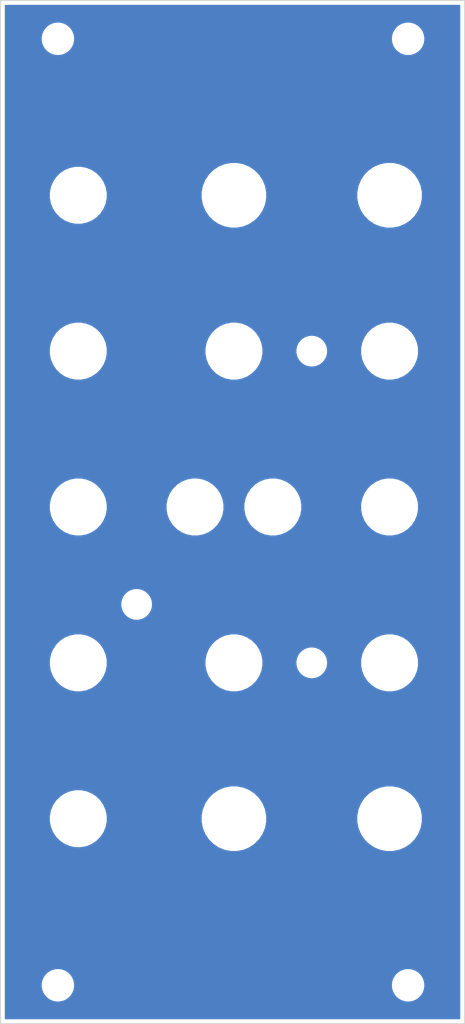
<source format=kicad_pcb>
(kicad_pcb (version 20171130) (host pcbnew 5.1.6-c6e7f7d~86~ubuntu20.04.1)

  (general
    (thickness 1.6)
    (drawings 31)
    (tracks 0)
    (zones 0)
    (modules 23)
    (nets 1)
  )

  (page A4)
  (title_block
    (title "Smooth and Stepped Generator")
    (date 2020-05-24)
    (rev 02)
    (comment 1 "Original design by Ken Stone")
    (comment 2 "PCB for panel")
    (comment 4 "License CC BY 4.0 - Attribution 4.0 International")
  )

  (layers
    (0 F.Cu signal)
    (31 B.Cu signal)
    (32 B.Adhes user)
    (33 F.Adhes user)
    (34 B.Paste user)
    (35 F.Paste user)
    (36 B.SilkS user)
    (37 F.SilkS user)
    (38 B.Mask user)
    (39 F.Mask user)
    (40 Dwgs.User user)
    (41 Cmts.User user)
    (42 Eco1.User user)
    (43 Eco2.User user)
    (44 Edge.Cuts user)
    (45 Margin user)
    (46 B.CrtYd user)
    (47 F.CrtYd user)
    (48 B.Fab user)
    (49 F.Fab user)
  )

  (setup
    (last_trace_width 0.25)
    (user_trace_width 0.762)
    (trace_clearance 0.2)
    (zone_clearance 0.508)
    (zone_45_only no)
    (trace_min 0.2)
    (via_size 0.8)
    (via_drill 0.4)
    (via_min_size 0.4)
    (via_min_drill 0.3)
    (uvia_size 0.3)
    (uvia_drill 0.1)
    (uvias_allowed no)
    (uvia_min_size 0.2)
    (uvia_min_drill 0.1)
    (edge_width 0.05)
    (segment_width 0.2)
    (pcb_text_width 0.3)
    (pcb_text_size 1.5 1.5)
    (mod_edge_width 0.12)
    (mod_text_size 1 1)
    (mod_text_width 0.15)
    (pad_size 3.2 3.2)
    (pad_drill 3.2)
    (pad_to_mask_clearance 0.051)
    (solder_mask_min_width 0.25)
    (aux_axis_origin 0 0)
    (visible_elements 7FFFFFFF)
    (pcbplotparams
      (layerselection 0x010fc_ffffffff)
      (usegerberextensions false)
      (usegerberattributes false)
      (usegerberadvancedattributes false)
      (creategerberjobfile false)
      (excludeedgelayer true)
      (linewidth 0.100000)
      (plotframeref false)
      (viasonmask false)
      (mode 1)
      (useauxorigin false)
      (hpglpennumber 1)
      (hpglpenspeed 20)
      (hpglpendiameter 15.000000)
      (psnegative false)
      (psa4output false)
      (plotreference true)
      (plotvalue true)
      (plotinvisibletext false)
      (padsonsilk false)
      (subtractmaskfromsilk false)
      (outputformat 1)
      (mirror false)
      (drillshape 0)
      (scaleselection 1)
      (outputdirectory "gerbers"))
  )

  (net 0 "")

  (net_class Default "This is the default net class."
    (clearance 0.2)
    (trace_width 0.25)
    (via_dia 0.8)
    (via_drill 0.4)
    (uvia_dia 0.3)
    (uvia_drill 0.1)
  )

  (module MountingHole:MountingHole_3.2mm_M3 locked (layer F.Cu) (tedit 56D1B4CB) (tstamp 5DA8C20E)
    (at 78.62 153.8)
    (descr "Mounting Hole 3.2mm, no annular, M3")
    (tags "mounting hole 3.2mm no annular m3")
    (attr virtual)
    (fp_text reference REF** (at 0 -4.2) (layer F.SilkS) hide
      (effects (font (size 1 1) (thickness 0.15)))
    )
    (fp_text value MountingHole_3.2mm_M3 (at 0 4.2) (layer F.Fab) hide
      (effects (font (size 1 1) (thickness 0.15)))
    )
    (fp_text user %R (at 0.3 0) (layer F.Fab) hide
      (effects (font (size 1 1) (thickness 0.15)))
    )
    (fp_circle (center 0 0) (end 3.2 0) (layer Cmts.User) (width 0.15))
    (fp_circle (center 0 0) (end 3.45 0) (layer F.CrtYd) (width 0.05))
    (pad 1 np_thru_hole circle (at 0 0) (size 3.2 3.2) (drill 3.2) (layers *.Cu *.Mask))
  )

  (module MountingHole:MountingHole_3.2mm_M3 locked (layer F.Cu) (tedit 56D1B4CB) (tstamp 5DA8C1F8)
    (at 32.9 153.8)
    (descr "Mounting Hole 3.2mm, no annular, M3")
    (tags "mounting hole 3.2mm no annular m3")
    (attr virtual)
    (fp_text reference REF** (at 0 -4.2) (layer F.SilkS) hide
      (effects (font (size 1 1) (thickness 0.15)))
    )
    (fp_text value MountingHole_3.2mm_M3 (at 0 4.2) (layer F.Fab) hide
      (effects (font (size 1 1) (thickness 0.15)))
    )
    (fp_text user %R (at 0.3 0) (layer F.Fab) hide
      (effects (font (size 1 1) (thickness 0.15)))
    )
    (fp_circle (center 0 0) (end 3.2 0) (layer Cmts.User) (width 0.15))
    (fp_circle (center 0 0) (end 3.45 0) (layer F.CrtYd) (width 0.05))
    (pad 1 np_thru_hole circle (at 0 0) (size 3.2 3.2) (drill 3.2) (layers *.Cu *.Mask))
  )

  (module MountingHole:MountingHole_3.2mm_M3 locked (layer F.Cu) (tedit 56D1B4CB) (tstamp 5DA8C1E2)
    (at 78.62 30.4)
    (descr "Mounting Hole 3.2mm, no annular, M3")
    (tags "mounting hole 3.2mm no annular m3")
    (attr virtual)
    (fp_text reference REF** (at 0 -4.2) (layer F.SilkS) hide
      (effects (font (size 1 1) (thickness 0.15)))
    )
    (fp_text value MountingHole_3.2mm_M3 (at 0 4.2) (layer F.Fab) hide
      (effects (font (size 1 1) (thickness 0.15)))
    )
    (fp_text user %R (at 0.3 0) (layer F.Fab) hide
      (effects (font (size 1 1) (thickness 0.15)))
    )
    (fp_circle (center 0 0) (end 3.2 0) (layer Cmts.User) (width 0.15))
    (fp_circle (center 0 0) (end 3.45 0) (layer F.CrtYd) (width 0.05))
    (pad 1 np_thru_hole circle (at 0 0) (size 3.2 3.2) (drill 3.2) (layers *.Cu *.Mask))
  )

  (module MountingHole:MountingHole_3.2mm_M3 locked (layer F.Cu) (tedit 56D1B4CB) (tstamp 5DA8C1CC)
    (at 32.9 30.4)
    (descr "Mounting Hole 3.2mm, no annular, M3")
    (tags "mounting hole 3.2mm no annular m3")
    (attr virtual)
    (fp_text reference REF** (at 0 -4.2) (layer F.SilkS) hide
      (effects (font (size 1 1) (thickness 0.15)))
    )
    (fp_text value MountingHole_3.2mm_M3 (at 0 4.2) (layer F.Fab) hide
      (effects (font (size 1 1) (thickness 0.15)))
    )
    (fp_text user %R (at 0.3 0) (layer F.Fab) hide
      (effects (font (size 1 1) (thickness 0.15)))
    )
    (fp_circle (center 0 0) (end 3.2 0) (layer Cmts.User) (width 0.15))
    (fp_circle (center 0 0) (end 3.45 0) (layer F.CrtYd) (width 0.05))
    (pad 1 np_thru_hole circle (at 0 0) (size 3.2 3.2) (drill 3.2) (layers *.Cu *.Mask))
  )

  (module elektrophon:LED_Monitor (layer F.Cu) (tedit 5DE4F2C0) (tstamp 5DC23B28)
    (at 66.04 71.12)
    (descr "Imported from LED Monitor.svg")
    (tags svg2mod)
    (path /5D950992)
    (zone_connect 2)
    (attr smd)
    (fp_text reference H13 (at 0 -5.054774) (layer F.SilkS) hide
      (effects (font (size 1.524 1.524) (thickness 0.3048)))
    )
    (fp_text value status (at 0 5.054774) (layer F.SilkS) hide
      (effects (font (size 1.524 1.524) (thickness 0.3048)))
    )
    (fp_circle (center 0 0) (end 1 0) (layer B.Mask) (width 2))
    (fp_circle (center 0 0) (end 1 0) (layer F.Mask) (width 2))
  )

  (module elektrophon:LED_Monitor (layer F.Cu) (tedit 5DE4F2C0) (tstamp 5DD17609)
    (at 43.18 104.14)
    (descr "Imported from LED Monitor.svg")
    (tags svg2mod)
    (path /5DD1261A)
    (zone_connect 2)
    (attr smd)
    (fp_text reference H19 (at 0 -5.054774) (layer F.SilkS) hide
      (effects (font (size 1.524 1.524) (thickness 0.3048)))
    )
    (fp_text value LED (at 0 5.054774) (layer F.SilkS) hide
      (effects (font (size 1.524 1.524) (thickness 0.3048)))
    )
    (fp_circle (center 0 0) (end 1 0) (layer B.Mask) (width 2))
    (fp_circle (center 0 0) (end 1 0) (layer F.Mask) (width 2))
  )

  (module elektrophon:LED_Monitor (layer F.Cu) (tedit 5DE4F2C0) (tstamp 5DC23B4D)
    (at 66.04 111.76)
    (descr "Imported from LED Monitor.svg")
    (tags svg2mod)
    (path /5DC24FE2)
    (zone_connect 2)
    (attr smd)
    (fp_text reference H18 (at 0 -5.054774) (layer F.SilkS) hide
      (effects (font (size 1.524 1.524) (thickness 0.3048)))
    )
    (fp_text value status (at 0 5.054774) (layer F.SilkS) hide
      (effects (font (size 1.524 1.524) (thickness 0.3048)))
    )
    (fp_circle (center 0 0) (end 1 0) (layer B.Mask) (width 2))
    (fp_circle (center 0 0) (end 1 0) (layer F.Mask) (width 2))
  )

  (module elektrophon:panel_potentiometer (layer F.Cu) (tedit 5EE650CE) (tstamp 5DC23AEB)
    (at 55.88 50.8)
    (descr "Mounting Hole 8.4mm, no annular, M8")
    (tags "mounting hole 8.4mm no annular m8")
    (path /5DC29D36)
    (attr virtual)
    (fp_text reference H5 (at 0 -9.4) (layer F.SilkS) hide
      (effects (font (size 1 1) (thickness 0.15)))
    )
    (fp_text value level_stepped (at 0 9.144) (layer F.Mask) hide
      (effects (font (size 2 1.4) (thickness 0.25)))
    )
    (fp_text user %R (at 0.3 0) (layer F.Fab) hide
      (effects (font (size 1 1) (thickness 0.15)))
    )
    (fp_circle (center 0 0) (end 6.35 0) (layer Cmts.User) (width 0.15))
    (fp_circle (center 0 0) (end 6.6 0) (layer F.CrtYd) (width 0.05))
    (pad "" np_thru_hole circle (at 0 0) (size 7.4 7.4) (drill 7.4) (layers *.Cu *.Mask))
    (model ${KIPRJMOD}/../../../lib/kicad/models/ALPHA-RD901F-40.step
      (offset (xyz 0 0.5 -12))
      (scale (xyz 1 1 1))
      (rotate (xyz 0 0 0))
    )
  )

  (module elektrophon:panel_jack (layer F.Cu) (tedit 5DA46DDA) (tstamp 5DC23B48)
    (at 35.56 91.44)
    (descr "Mounting Hole 8.4mm, no annular, M8")
    (tags "mounting hole 8.4mm no annular m8")
    (path /5DC27E72)
    (attr virtual)
    (fp_text reference H17 (at 0 -9.4) (layer F.SilkS) hide
      (effects (font (size 1 1) (thickness 0.15)))
    )
    (fp_text value input_stepped (at 0 9.144) (layer F.Mask) hide
      (effects (font (size 2 1.4) (thickness 0.25)))
    )
    (fp_text user %R (at 0.3 0) (layer F.Fab) hide
      (effects (font (size 1 1) (thickness 0.15)))
    )
    (fp_circle (center 0 0) (end 4 0) (layer Cmts.User) (width 0.15))
    (fp_circle (center 0 0) (end 4.2 0) (layer F.CrtYd) (width 0.05))
    (pad "" np_thru_hole circle (at 0 0) (size 6.4 6.4) (drill 6.4) (layers *.Cu *.Mask))
    (model "${KIPRJMOD}/../../../lib/kicad/models/PJ301M-12 Thonkiconn v0.2.stp"
      (offset (xyz 0 0.8 -10.5))
      (scale (xyz 1 1 1))
      (rotate (xyz 0 0 0))
    )
  )

  (module elektrophon:panel_jack (layer F.Cu) (tedit 5DA46DDA) (tstamp 5DC23B40)
    (at 60.96 91.44)
    (descr "Mounting Hole 8.4mm, no annular, M8")
    (tags "mounting hole 8.4mm no annular m8")
    (path /5DBFAF2E)
    (attr virtual)
    (fp_text reference H16 (at 0 -9.4) (layer F.SilkS) hide
      (effects (font (size 1 1) (thickness 0.15)))
    )
    (fp_text value "coupler 5v" (at 0 9.144) (layer F.Mask) hide
      (effects (font (size 2 1.4) (thickness 0.25)))
    )
    (fp_text user %R (at 0.3 0) (layer F.Fab) hide
      (effects (font (size 1 1) (thickness 0.15)))
    )
    (fp_circle (center 0 0) (end 4 0) (layer Cmts.User) (width 0.15))
    (fp_circle (center 0 0) (end 4.2 0) (layer F.CrtYd) (width 0.05))
    (pad "" np_thru_hole circle (at 0 0) (size 6.4 6.4) (drill 6.4) (layers *.Cu *.Mask))
    (model "${KIPRJMOD}/../../../lib/kicad/models/PJ301M-12 Thonkiconn v0.2.stp"
      (offset (xyz 0 0.8 -10.5))
      (scale (xyz 1 1 1))
      (rotate (xyz 0 0 0))
    )
  )

  (module elektrophon:panel_jack (layer F.Cu) (tedit 5DA46DDA) (tstamp 5DC23B38)
    (at 50.8 91.44)
    (descr "Mounting Hole 8.4mm, no annular, M8")
    (tags "mounting hole 8.4mm no annular m8")
    (path /5DBFA600)
    (attr virtual)
    (fp_text reference H15 (at 0 -9.4) (layer F.SilkS) hide
      (effects (font (size 1 1) (thickness 0.15)))
    )
    (fp_text value "coupler hot" (at 0 9.144) (layer F.Mask) hide
      (effects (font (size 2 1.4) (thickness 0.25)))
    )
    (fp_text user %R (at 0.3 0) (layer F.Fab) hide
      (effects (font (size 1 1) (thickness 0.15)))
    )
    (fp_circle (center 0 0) (end 4 0) (layer Cmts.User) (width 0.15))
    (fp_circle (center 0 0) (end 4.2 0) (layer F.CrtYd) (width 0.05))
    (pad "" np_thru_hole circle (at 0 0) (size 6.4 6.4) (drill 6.4) (layers *.Cu *.Mask))
    (model "${KIPRJMOD}/../../../lib/kicad/models/PJ301M-12 Thonkiconn v0.2.stp"
      (offset (xyz 0 0.8 -10.5))
      (scale (xyz 1 1 1))
      (rotate (xyz 0 0 0))
    )
  )

  (module elektrophon:panel_jack (layer F.Cu) (tedit 5DA46DDA) (tstamp 5DC23B30)
    (at 76.2 91.44)
    (descr "Mounting Hole 8.4mm, no annular, M8")
    (tags "mounting hole 8.4mm no annular m8")
    (path /5DBF8D53)
    (attr virtual)
    (fp_text reference H14 (at 0 -9.4) (layer F.SilkS) hide
      (effects (font (size 1 1) (thickness 0.15)))
    )
    (fp_text value input_smooth (at 0 9.144) (layer F.Mask) hide
      (effects (font (size 2 1.4) (thickness 0.25)))
    )
    (fp_text user %R (at 0.3 0) (layer F.Fab) hide
      (effects (font (size 1 1) (thickness 0.15)))
    )
    (fp_circle (center 0 0) (end 4 0) (layer Cmts.User) (width 0.15))
    (fp_circle (center 0 0) (end 4.2 0) (layer F.CrtYd) (width 0.05))
    (pad "" np_thru_hole circle (at 0 0) (size 6.4 6.4) (drill 6.4) (layers *.Cu *.Mask))
    (model "${KIPRJMOD}/../../../lib/kicad/models/PJ301M-12 Thonkiconn v0.2.stp"
      (offset (xyz 0 0.8 -10.5))
      (scale (xyz 1 1 1))
      (rotate (xyz 0 0 0))
    )
  )

  (module elektrophon:panel_jack (layer F.Cu) (tedit 5DA46DDA) (tstamp 5DC23B23)
    (at 76.2 111.76)
    (descr "Mounting Hole 8.4mm, no annular, M8")
    (tags "mounting hole 8.4mm no annular m8")
    (path /5DC1FC2E)
    (attr virtual)
    (fp_text reference H12 (at 0 -9.4) (layer F.SilkS) hide
      (effects (font (size 1 1) (thickness 0.15)))
    )
    (fp_text value stepped (at 0 9.144) (layer F.Mask) hide
      (effects (font (size 2 1.4) (thickness 0.25)))
    )
    (fp_text user %R (at 0.3 0) (layer F.Fab) hide
      (effects (font (size 1 1) (thickness 0.15)))
    )
    (fp_circle (center 0 0) (end 4 0) (layer Cmts.User) (width 0.15))
    (fp_circle (center 0 0) (end 4.2 0) (layer F.CrtYd) (width 0.05))
    (pad "" np_thru_hole circle (at 0 0) (size 6.4 6.4) (drill 6.4) (layers *.Cu *.Mask))
    (model "${KIPRJMOD}/../../../lib/kicad/models/PJ301M-12 Thonkiconn v0.2.stp"
      (offset (xyz 0 0.8 -10.5))
      (scale (xyz 1 1 1))
      (rotate (xyz 0 0 0))
    )
  )

  (module elektrophon:panel_jack (layer F.Cu) (tedit 5DA46DDA) (tstamp 5DC23B1B)
    (at 55.88 111.76)
    (descr "Mounting Hole 8.4mm, no annular, M8")
    (tags "mounting hole 8.4mm no annular m8")
    (path /5D6B7A0D)
    (attr virtual)
    (fp_text reference H11 (at 0 -9.4) (layer F.SilkS) hide
      (effects (font (size 1 1) (thickness 0.15)))
    )
    (fp_text value cycle_stepped (at 0 9.144) (layer F.Mask) hide
      (effects (font (size 2 1.4) (thickness 0.25)))
    )
    (fp_text user %R (at 0.3 0) (layer F.Fab) hide
      (effects (font (size 1 1) (thickness 0.15)))
    )
    (fp_circle (center 0 0) (end 4 0) (layer Cmts.User) (width 0.15))
    (fp_circle (center 0 0) (end 4.2 0) (layer F.CrtYd) (width 0.05))
    (pad "" np_thru_hole circle (at 0 0) (size 6.4 6.4) (drill 6.4) (layers *.Cu *.Mask))
    (model "${KIPRJMOD}/../../../lib/kicad/models/PJ301M-12 Thonkiconn v0.2.stp"
      (offset (xyz 0 0.8 -10.5))
      (scale (xyz 1 1 1))
      (rotate (xyz 0 0 0))
    )
  )

  (module elektrophon:panel_jack (layer F.Cu) (tedit 5DA46DDA) (tstamp 5DC23B13)
    (at 35.56 111.76)
    (descr "Mounting Hole 8.4mm, no annular, M8")
    (tags "mounting hole 8.4mm no annular m8")
    (path /5DBFAF28)
    (attr virtual)
    (fp_text reference H10 (at 0 -9.4) (layer F.SilkS) hide
      (effects (font (size 1 1) (thickness 0.15)))
    )
    (fp_text value sample (at 0 9.144) (layer F.Mask) hide
      (effects (font (size 2 1.4) (thickness 0.25)))
    )
    (fp_text user %R (at 0.3 0) (layer F.Fab) hide
      (effects (font (size 1 1) (thickness 0.15)))
    )
    (fp_circle (center 0 0) (end 4 0) (layer Cmts.User) (width 0.15))
    (fp_circle (center 0 0) (end 4.2 0) (layer F.CrtYd) (width 0.05))
    (pad "" np_thru_hole circle (at 0 0) (size 6.4 6.4) (drill 6.4) (layers *.Cu *.Mask))
    (model "${KIPRJMOD}/../../../lib/kicad/models/PJ301M-12 Thonkiconn v0.2.stp"
      (offset (xyz 0 0.8 -10.5))
      (scale (xyz 1 1 1))
      (rotate (xyz 0 0 0))
    )
  )

  (module elektrophon:panel_jack (layer F.Cu) (tedit 5DA46DDA) (tstamp 5DC23B0B)
    (at 35.56 71.12)
    (descr "Mounting Hole 8.4mm, no annular, M8")
    (tags "mounting hole 8.4mm no annular m8")
    (path /5DBF9CF6)
    (attr virtual)
    (fp_text reference H9 (at 0 -9.4) (layer F.SilkS) hide
      (effects (font (size 1 1) (thickness 0.15)))
    )
    (fp_text value hold (at 0 9.144) (layer F.Mask) hide
      (effects (font (size 2 1.4) (thickness 0.25)))
    )
    (fp_text user %R (at 0.3 0) (layer F.Fab) hide
      (effects (font (size 1 1) (thickness 0.15)))
    )
    (fp_circle (center 0 0) (end 4 0) (layer Cmts.User) (width 0.15))
    (fp_circle (center 0 0) (end 4.2 0) (layer F.CrtYd) (width 0.05))
    (pad "" np_thru_hole circle (at 0 0) (size 6.4 6.4) (drill 6.4) (layers *.Cu *.Mask))
    (model "${KIPRJMOD}/../../../lib/kicad/models/PJ301M-12 Thonkiconn v0.2.stp"
      (offset (xyz 0 0.8 -10.5))
      (scale (xyz 1 1 1))
      (rotate (xyz 0 0 0))
    )
  )

  (module elektrophon:panel_jack (layer F.Cu) (tedit 5DA46DDA) (tstamp 5DC23B03)
    (at 55.88 71.12)
    (descr "Mounting Hole 8.4mm, no annular, M8")
    (tags "mounting hole 8.4mm no annular m8")
    (path /5DBF8D59)
    (attr virtual)
    (fp_text reference H8 (at 0 -9.4) (layer F.SilkS) hide
      (effects (font (size 1 1) (thickness 0.15)))
    )
    (fp_text value cycle_smooth (at 0 9.144) (layer F.Mask) hide
      (effects (font (size 2 1.4) (thickness 0.25)))
    )
    (fp_text user %R (at 0.3 0) (layer F.Fab) hide
      (effects (font (size 1 1) (thickness 0.15)))
    )
    (fp_circle (center 0 0) (end 4 0) (layer Cmts.User) (width 0.15))
    (fp_circle (center 0 0) (end 4.2 0) (layer F.CrtYd) (width 0.05))
    (pad "" np_thru_hole circle (at 0 0) (size 6.4 6.4) (drill 6.4) (layers *.Cu *.Mask))
    (model "${KIPRJMOD}/../../../lib/kicad/models/PJ301M-12 Thonkiconn v0.2.stp"
      (offset (xyz 0 0.8 -10.5))
      (scale (xyz 1 1 1))
      (rotate (xyz 0 0 0))
    )
  )

  (module elektrophon:panel_jack (layer F.Cu) (tedit 5DA46DDA) (tstamp 5DC23AFB)
    (at 76.2 71.12)
    (descr "Mounting Hole 8.4mm, no annular, M8")
    (tags "mounting hole 8.4mm no annular m8")
    (path /5DBF812A)
    (attr virtual)
    (fp_text reference H7 (at 0 -9.4) (layer F.SilkS) hide
      (effects (font (size 1 1) (thickness 0.15)))
    )
    (fp_text value smooth (at 0 9.144) (layer F.Mask) hide
      (effects (font (size 2 1.4) (thickness 0.25)))
    )
    (fp_text user %R (at 0.3 0) (layer F.Fab) hide
      (effects (font (size 1 1) (thickness 0.15)))
    )
    (fp_circle (center 0 0) (end 4 0) (layer Cmts.User) (width 0.15))
    (fp_circle (center 0 0) (end 4.2 0) (layer F.CrtYd) (width 0.05))
    (pad "" np_thru_hole circle (at 0 0) (size 6.4 6.4) (drill 6.4) (layers *.Cu *.Mask))
    (model "${KIPRJMOD}/../../../lib/kicad/models/PJ301M-12 Thonkiconn v0.2.stp"
      (offset (xyz 0 0.8 -10.5))
      (scale (xyz 1 1 1))
      (rotate (xyz 0 0 0))
    )
  )

  (module elektrophon:panel_potentiometer (layer F.Cu) (tedit 5EE650CE) (tstamp 5DC23AF3)
    (at 76.2 132.08)
    (descr "Mounting Hole 8.4mm, no annular, M8")
    (tags "mounting hole 8.4mm no annular m8")
    (path /5D6B92F8)
    (attr virtual)
    (fp_text reference H6 (at 0 -9.4) (layer F.SilkS) hide
      (effects (font (size 1 1) (thickness 0.15)))
    )
    (fp_text value rate_stepped (at 0 9.144) (layer F.Mask) hide
      (effects (font (size 2 1.4) (thickness 0.25)))
    )
    (fp_text user %R (at 0.3 0) (layer F.Fab) hide
      (effects (font (size 1 1) (thickness 0.15)))
    )
    (fp_circle (center 0 0) (end 6.35 0) (layer Cmts.User) (width 0.15))
    (fp_circle (center 0 0) (end 6.6 0) (layer F.CrtYd) (width 0.05))
    (pad "" np_thru_hole circle (at 0 0) (size 7.4 7.4) (drill 7.4) (layers *.Cu *.Mask))
    (model ${KIPRJMOD}/../../../lib/kicad/models/ALPHA-RD901F-40.step
      (offset (xyz 0 0.5 -12))
      (scale (xyz 1 1 1))
      (rotate (xyz 0 0 0))
    )
  )

  (module elektrophon:panel_jack (layer F.Cu) (tedit 5DA46DDA) (tstamp 5DC23AE3)
    (at 35.56 50.8)
    (descr "Mounting Hole 8.4mm, no annular, M8")
    (tags "mounting hole 8.4mm no annular m8")
    (path /5DBFAFAC)
    (attr virtual)
    (fp_text reference H4 (at 0 -9.4) (layer F.SilkS) hide
      (effects (font (size 1 1) (thickness 0.15)))
    )
    (fp_text value vc_stepped (at 0 9.144) (layer F.Mask) hide
      (effects (font (size 2 1.4) (thickness 0.25)))
    )
    (fp_text user %R (at 0.3 0) (layer F.Fab) hide
      (effects (font (size 1 1) (thickness 0.15)))
    )
    (fp_circle (center 0 0) (end 4 0) (layer Cmts.User) (width 0.15))
    (fp_circle (center 0 0) (end 4.2 0) (layer F.CrtYd) (width 0.05))
    (pad "" np_thru_hole circle (at 0 0) (size 6.4 6.4) (drill 6.4) (layers *.Cu *.Mask))
    (model "${KIPRJMOD}/../../../lib/kicad/models/PJ301M-12 Thonkiconn v0.2.stp"
      (offset (xyz 0 0.8 -10.5))
      (scale (xyz 1 1 1))
      (rotate (xyz 0 0 0))
    )
  )

  (module elektrophon:panel_potentiometer (layer F.Cu) (tedit 5EE650CE) (tstamp 5DC23ADB)
    (at 76.2 50.8)
    (descr "Mounting Hole 8.4mm, no annular, M8")
    (tags "mounting hole 8.4mm no annular m8")
    (path /5DC2AE38)
    (attr virtual)
    (fp_text reference H3 (at 0 -9.4) (layer F.SilkS) hide
      (effects (font (size 1 1) (thickness 0.15)))
    )
    (fp_text value rate_smooth (at 0 9.144) (layer F.Mask) hide
      (effects (font (size 2 1.4) (thickness 0.25)))
    )
    (fp_text user %R (at 0.3 0) (layer F.Fab) hide
      (effects (font (size 1 1) (thickness 0.15)))
    )
    (fp_circle (center 0 0) (end 6.35 0) (layer Cmts.User) (width 0.15))
    (fp_circle (center 0 0) (end 6.6 0) (layer F.CrtYd) (width 0.05))
    (pad "" np_thru_hole circle (at 0 0) (size 7.4 7.4) (drill 7.4) (layers *.Cu *.Mask))
    (model ${KIPRJMOD}/../../../lib/kicad/models/ALPHA-RD901F-40.step
      (offset (xyz 0 0.5 -12))
      (scale (xyz 1 1 1))
      (rotate (xyz 0 0 0))
    )
  )

  (module elektrophon:panel_potentiometer (layer F.Cu) (tedit 5EE650CE) (tstamp 5DC23AD3)
    (at 55.88 132.08)
    (descr "Mounting Hole 8.4mm, no annular, M8")
    (tags "mounting hole 8.4mm no annular m8")
    (path /5DC2AE3E)
    (attr virtual)
    (fp_text reference H2 (at 0 -9.4) (layer F.SilkS) hide
      (effects (font (size 1 1) (thickness 0.15)))
    )
    (fp_text value vc_level (at 0 9.144) (layer F.Mask) hide
      (effects (font (size 2 1.4) (thickness 0.25)))
    )
    (fp_text user %R (at 0.3 0) (layer F.Fab) hide
      (effects (font (size 1 1) (thickness 0.15)))
    )
    (fp_circle (center 0 0) (end 6.35 0) (layer Cmts.User) (width 0.15))
    (fp_circle (center 0 0) (end 6.6 0) (layer F.CrtYd) (width 0.05))
    (pad "" np_thru_hole circle (at 0 0) (size 7.4 7.4) (drill 7.4) (layers *.Cu *.Mask))
    (model ${KIPRJMOD}/../../../lib/kicad/models/ALPHA-RD901F-40.step
      (offset (xyz 0 0.5 -12))
      (scale (xyz 1 1 1))
      (rotate (xyz 0 0 0))
    )
  )

  (module elektrophon:panel_jack (layer F.Cu) (tedit 5DA46DDA) (tstamp 5DC23ACB)
    (at 35.56 132.08)
    (descr "Mounting Hole 8.4mm, no annular, M8")
    (tags "mounting hole 8.4mm no annular m8")
    (path /5DBF8401)
    (attr virtual)
    (fp_text reference H1 (at 0 -9.4) (layer F.SilkS) hide
      (effects (font (size 1 1) (thickness 0.15)))
    )
    (fp_text value vc_smooth (at 0 9.144) (layer F.Mask) hide
      (effects (font (size 2 1.4) (thickness 0.25)))
    )
    (fp_text user %R (at 0.3 0) (layer F.Fab) hide
      (effects (font (size 1 1) (thickness 0.15)))
    )
    (fp_circle (center 0 0) (end 4 0) (layer Cmts.User) (width 0.15))
    (fp_circle (center 0 0) (end 4.2 0) (layer F.CrtYd) (width 0.05))
    (pad "" np_thru_hole circle (at 0 0) (size 6.4 6.4) (drill 6.4) (layers *.Cu *.Mask))
    (model "${KIPRJMOD}/../../../lib/kicad/models/PJ301M-12 Thonkiconn v0.2.stp"
      (offset (xyz 0 0.8 -10.5))
      (scale (xyz 1 1 1))
      (rotate (xyz 0 0 0))
    )
  )

  (gr_line (start 35.56 50.8) (end 55.88 50.8) (layer F.Mask) (width 0.25))
  (gr_line (start 55.88 132.08) (end 35.56 132.08) (layer F.Mask) (width 0.25))
  (gr_text coupler (at 55.88 97.79) (layer F.Mask) (tstamp 5DD1AB26)
    (effects (font (size 2 1.4) (thickness 0.25)))
  )
  (gr_text rate (at 76.21 141.22) (layer F.Mask) (tstamp 5DD1AA8E)
    (effects (font (size 2 1.4) (thickness 0.25)))
  )
  (gr_text level (at 55.89 141.22) (layer F.Mask) (tstamp 5DD1AA8E)
    (effects (font (size 2 1.4) (thickness 0.25)))
  )
  (gr_text cv (at 35.57 141.22) (layer F.Mask) (tstamp 5DD1AA8E)
    (effects (font (size 2 1.4) (thickness 0.25)))
  )
  (gr_text stepped (at 76.21 120.9) (layer F.Mask) (tstamp 5DD1AA8E)
    (effects (font (size 2 1.4) (thickness 0.25)))
  )
  (gr_text cycle (at 55.89 120.9) (layer F.Mask) (tstamp 5DD1AA8E)
    (effects (font (size 2 1.4) (thickness 0.25)))
  )
  (gr_text sample (at 35.57 120.9) (layer F.Mask) (tstamp 5DD1AA8E)
    (effects (font (size 2 1.4) (thickness 0.25)))
  )
  (gr_text input (at 76.21 100.58) (layer F.Mask) (tstamp 5DD1AA8E)
    (effects (font (size 2 1.4) (thickness 0.25)))
  )
  (gr_text 5v (at 60.97 100.58) (layer F.Mask) (tstamp 5DD1AA8E)
    (effects (font (size 2 1.4) (thickness 0.25)))
  )
  (gr_text hot (at 50.81 100.58) (layer F.Mask) (tstamp 5DD1AA8E)
    (effects (font (size 2 1.4) (thickness 0.25)))
  )
  (gr_text input (at 35.57 100.58) (layer F.Mask) (tstamp 5DD1AA8E)
    (effects (font (size 2 1.4) (thickness 0.25)))
  )
  (gr_text smooth (at 76.21 80.26) (layer F.Mask) (tstamp 5DD1AA24)
    (effects (font (size 2 1.4) (thickness 0.25)))
  )
  (gr_text cycle (at 55.89 80.26) (layer F.Mask) (tstamp 5DD1AA24)
    (effects (font (size 2 1.4) (thickness 0.25)))
  )
  (gr_text hold (at 35.57 80.26) (layer F.Mask) (tstamp 5DD1AA24)
    (effects (font (size 2 1.4) (thickness 0.25)))
  )
  (gr_text rate (at 76.21 59.94) (layer F.Mask) (tstamp 5DD1AA00)
    (effects (font (size 2 1.4) (thickness 0.25)))
  )
  (gr_text level (at 55.89 59.94) (layer F.Mask) (tstamp 5DD1A9DB)
    (effects (font (size 2 1.4) (thickness 0.25)))
  )
  (gr_text cv (at 35.57 59.94) (layer F.Mask)
    (effects (font (size 2 1.4) (thickness 0.25)))
  )
  (gr_line (start 83.82 86.36) (end 66.04 86.36) (layer F.Mask) (width 0.25) (tstamp 5DC1F413))
  (gr_line (start 27.94 104.14) (end 43.18 104.14) (layer F.Mask) (width 0.25) (tstamp 5DC1F412))
  (gr_line (start 43.18 104.14) (end 43.18 86.36) (layer F.Mask) (width 0.25) (tstamp 5DC1F411))
  (gr_line (start 68.58 104.14) (end 43.18 104.14) (layer F.Mask) (width 0.25))
  (gr_line (start 68.58 86.36) (end 68.58 104.14) (layer F.Mask) (width 0.25))
  (gr_line (start 43.18 86.36) (end 66.04 86.36) (layer F.Mask) (width 0.25))
  (gr_text R02 (at 70.104 153.924) (layer F.Cu)
    (effects (font (size 2 1.4) (thickness 0.25)))
  )
  (gr_text ssg (at 55.7 30.48) (layer F.Mask)
    (effects (font (size 3 3) (thickness 0.35)))
  )
  (gr_line (start 86 158.8) (end 25.4 158.8) (layer Edge.Cuts) (width 0.12))
  (gr_line (start 86 25.4) (end 86 158.8) (layer Edge.Cuts) (width 0.12))
  (gr_line (start 25.4 25.4) (end 25.4 158.8) (layer Edge.Cuts) (width 0.12))
  (gr_line (start 25.4 25.4) (end 86 25.4) (layer Edge.Cuts) (width 0.12))

  (zone (net 0) (net_name "") (layer B.Cu) (tstamp 5DE5488C) (hatch edge 0.508)
    (connect_pads (clearance 0.508))
    (min_thickness 0.254)
    (fill yes (arc_segments 32) (thermal_gap 0.508) (thermal_bridge_width 0.508))
    (polygon
      (pts
        (xy 25.42 25.42) (xy 85.99 25.39) (xy 86.02 158.78) (xy 25.42 158.85)
      )
    )
    (filled_polygon
      (pts
        (xy 85.305001 158.105) (xy 26.095 158.105) (xy 26.095 153.579872) (xy 30.665 153.579872) (xy 30.665 154.020128)
        (xy 30.75089 154.451925) (xy 30.919369 154.858669) (xy 31.163962 155.224729) (xy 31.475271 155.536038) (xy 31.841331 155.780631)
        (xy 32.248075 155.94911) (xy 32.679872 156.035) (xy 33.120128 156.035) (xy 33.551925 155.94911) (xy 33.958669 155.780631)
        (xy 34.324729 155.536038) (xy 34.636038 155.224729) (xy 34.880631 154.858669) (xy 35.04911 154.451925) (xy 35.135 154.020128)
        (xy 35.135 153.579872) (xy 76.385 153.579872) (xy 76.385 154.020128) (xy 76.47089 154.451925) (xy 76.639369 154.858669)
        (xy 76.883962 155.224729) (xy 77.195271 155.536038) (xy 77.561331 155.780631) (xy 77.968075 155.94911) (xy 78.399872 156.035)
        (xy 78.840128 156.035) (xy 79.271925 155.94911) (xy 79.678669 155.780631) (xy 80.044729 155.536038) (xy 80.356038 155.224729)
        (xy 80.600631 154.858669) (xy 80.76911 154.451925) (xy 80.855 154.020128) (xy 80.855 153.579872) (xy 80.76911 153.148075)
        (xy 80.600631 152.741331) (xy 80.356038 152.375271) (xy 80.044729 152.063962) (xy 79.678669 151.819369) (xy 79.271925 151.65089)
        (xy 78.840128 151.565) (xy 78.399872 151.565) (xy 77.968075 151.65089) (xy 77.561331 151.819369) (xy 77.195271 152.063962)
        (xy 76.883962 152.375271) (xy 76.639369 152.741331) (xy 76.47089 153.148075) (xy 76.385 153.579872) (xy 35.135 153.579872)
        (xy 35.04911 153.148075) (xy 34.880631 152.741331) (xy 34.636038 152.375271) (xy 34.324729 152.063962) (xy 33.958669 151.819369)
        (xy 33.551925 151.65089) (xy 33.120128 151.565) (xy 32.679872 151.565) (xy 32.248075 151.65089) (xy 31.841331 151.819369)
        (xy 31.475271 152.063962) (xy 31.163962 152.375271) (xy 30.919369 152.741331) (xy 30.75089 153.148075) (xy 30.665 153.579872)
        (xy 26.095 153.579872) (xy 26.095 131.702285) (xy 31.725 131.702285) (xy 31.725 132.457715) (xy 31.872377 133.198628)
        (xy 32.161467 133.896554) (xy 32.581161 134.52467) (xy 33.11533 135.058839) (xy 33.743446 135.478533) (xy 34.441372 135.767623)
        (xy 35.182285 135.915) (xy 35.937715 135.915) (xy 36.678628 135.767623) (xy 37.376554 135.478533) (xy 38.00467 135.058839)
        (xy 38.538839 134.52467) (xy 38.958533 133.896554) (xy 39.247623 133.198628) (xy 39.395 132.457715) (xy 39.395 131.702285)
        (xy 39.385205 131.65304) (xy 51.545 131.65304) (xy 51.545 132.50696) (xy 51.711592 133.344473) (xy 52.038373 134.133392)
        (xy 52.512786 134.843401) (xy 53.116599 135.447214) (xy 53.826608 135.921627) (xy 54.615527 136.248408) (xy 55.45304 136.415)
        (xy 56.30696 136.415) (xy 57.144473 136.248408) (xy 57.933392 135.921627) (xy 58.643401 135.447214) (xy 59.247214 134.843401)
        (xy 59.721627 134.133392) (xy 60.048408 133.344473) (xy 60.215 132.50696) (xy 60.215 131.65304) (xy 71.865 131.65304)
        (xy 71.865 132.50696) (xy 72.031592 133.344473) (xy 72.358373 134.133392) (xy 72.832786 134.843401) (xy 73.436599 135.447214)
        (xy 74.146608 135.921627) (xy 74.935527 136.248408) (xy 75.77304 136.415) (xy 76.62696 136.415) (xy 77.464473 136.248408)
        (xy 78.253392 135.921627) (xy 78.963401 135.447214) (xy 79.567214 134.843401) (xy 80.041627 134.133392) (xy 80.368408 133.344473)
        (xy 80.535 132.50696) (xy 80.535 131.65304) (xy 80.368408 130.815527) (xy 80.041627 130.026608) (xy 79.567214 129.316599)
        (xy 78.963401 128.712786) (xy 78.253392 128.238373) (xy 77.464473 127.911592) (xy 76.62696 127.745) (xy 75.77304 127.745)
        (xy 74.935527 127.911592) (xy 74.146608 128.238373) (xy 73.436599 128.712786) (xy 72.832786 129.316599) (xy 72.358373 130.026608)
        (xy 72.031592 130.815527) (xy 71.865 131.65304) (xy 60.215 131.65304) (xy 60.048408 130.815527) (xy 59.721627 130.026608)
        (xy 59.247214 129.316599) (xy 58.643401 128.712786) (xy 57.933392 128.238373) (xy 57.144473 127.911592) (xy 56.30696 127.745)
        (xy 55.45304 127.745) (xy 54.615527 127.911592) (xy 53.826608 128.238373) (xy 53.116599 128.712786) (xy 52.512786 129.316599)
        (xy 52.038373 130.026608) (xy 51.711592 130.815527) (xy 51.545 131.65304) (xy 39.385205 131.65304) (xy 39.247623 130.961372)
        (xy 38.958533 130.263446) (xy 38.538839 129.63533) (xy 38.00467 129.101161) (xy 37.376554 128.681467) (xy 36.678628 128.392377)
        (xy 35.937715 128.245) (xy 35.182285 128.245) (xy 34.441372 128.392377) (xy 33.743446 128.681467) (xy 33.11533 129.101161)
        (xy 32.581161 129.63533) (xy 32.161467 130.263446) (xy 31.872377 130.961372) (xy 31.725 131.702285) (xy 26.095 131.702285)
        (xy 26.095 111.382285) (xy 31.725 111.382285) (xy 31.725 112.137715) (xy 31.872377 112.878628) (xy 32.161467 113.576554)
        (xy 32.581161 114.20467) (xy 33.11533 114.738839) (xy 33.743446 115.158533) (xy 34.441372 115.447623) (xy 35.182285 115.595)
        (xy 35.937715 115.595) (xy 36.678628 115.447623) (xy 37.376554 115.158533) (xy 38.00467 114.738839) (xy 38.538839 114.20467)
        (xy 38.958533 113.576554) (xy 39.247623 112.878628) (xy 39.395 112.137715) (xy 39.395 111.382285) (xy 52.045 111.382285)
        (xy 52.045 112.137715) (xy 52.192377 112.878628) (xy 52.481467 113.576554) (xy 52.901161 114.20467) (xy 53.43533 114.738839)
        (xy 54.063446 115.158533) (xy 54.761372 115.447623) (xy 55.502285 115.595) (xy 56.257715 115.595) (xy 56.998628 115.447623)
        (xy 57.696554 115.158533) (xy 58.32467 114.738839) (xy 58.858839 114.20467) (xy 59.278533 113.576554) (xy 59.567623 112.878628)
        (xy 59.715 112.137715) (xy 59.715 111.756313) (xy 63.91301 111.756313) (xy 63.91381 111.819313) (xy 63.913926 111.823348)
        (xy 63.916726 111.886248) (xy 63.916969 111.890279) (xy 63.921769 111.953079) (xy 63.92214 111.957093) (xy 63.92894 112.019793)
        (xy 63.929417 112.023637) (xy 63.938117 112.086037) (xy 63.938744 112.090065) (xy 63.949444 112.152165) (xy 63.950208 112.156204)
        (xy 63.962908 112.217904) (xy 63.963756 112.221725) (xy 63.978356 112.283025) (xy 63.979333 112.286862) (xy 63.995833 112.347662)
        (xy 63.996946 112.351522) (xy 64.015346 112.411722) (xy 64.016561 112.415485) (xy 64.036861 112.475185) (xy 64.038261 112.479092)
        (xy 64.060461 112.537992) (xy 64.061862 112.541545) (xy 64.085862 112.599845) (xy 64.087429 112.603491) (xy 64.113229 112.660991)
        (xy 64.115028 112.664827) (xy 64.142728 112.721427) (xy 64.144485 112.724883) (xy 64.173885 112.780583) (xy 64.175748 112.783984)
        (xy 64.206848 112.838784) (xy 64.209008 112.842446) (xy 64.241908 112.896146) (xy 64.243944 112.89936) (xy 64.278444 112.95206)
        (xy 64.280733 112.955438) (xy 64.316933 113.007038) (xy 64.3193 113.0103) (xy 64.3571 113.0607) (xy 64.359471 113.063762)
        (xy 64.398771 113.112962) (xy 64.401418 113.116168) (xy 64.442318 113.164068) (xy 64.444873 113.166969) (xy 64.487273 113.213669)
        (xy 64.490096 113.216679) (xy 64.533896 113.261879) (xy 64.536617 113.264603) (xy 64.581817 113.308503) (xy 64.58483 113.311336)
        (xy 64.63143 113.353736) (xy 64.634432 113.356382) (xy 64.682332 113.397282) (xy 64.685415 113.399831) (xy 64.734615 113.439231)
        (xy 64.737671 113.441603) (xy 64.788071 113.479503) (xy 64.791367 113.4819) (xy 64.842867 113.5181) (xy 64.846199 113.520364)
        (xy 64.898899 113.554964) (xy 64.902254 113.557092) (xy 64.955954 113.589992) (xy 64.959377 113.592016) (xy 65.014077 113.623216)
        (xy 65.01756 113.625131) (xy 65.07326 113.654631) (xy 65.076873 113.656472) (xy 65.133473 113.684172) (xy 65.137066 113.685861)
        (xy 65.194466 113.711761) (xy 65.198355 113.713438) (xy 65.256655 113.737438) (xy 65.260032 113.738772) (xy 65.318932 113.761072)
        (xy 65.322953 113.762518) (xy 65.382553 113.782818) (xy 65.38625 113.784014) (xy 65.44655 113.802514) (xy 65.45035 113.803616)
        (xy 65.51115 113.820216) (xy 65.51513 113.821233) (xy 65.57633 113.835833) (xy 65.580236 113.8367) (xy 65.642036 113.8494)
        (xy 65.645806 113.850116) (xy 65.707806 113.860916) (xy 65.711865 113.861556) (xy 65.774265 113.870356) (xy 65.778307 113.87086)
        (xy 65.841007 113.87766) (xy 65.845021 113.878031) (xy 65.907821 113.882831) (xy 65.911651 113.883065) (xy 65.974551 113.885965)
        (xy 65.978482 113.886086) (xy 66.038082 113.886986) (xy 66.046152 113.886253) (xy 66.053005 113.886764) (xy 66.137505 113.884764)
        (xy 66.14256 113.884544) (xy 66.20546 113.880544) (xy 66.209298 113.880241) (xy 66.271998 113.874341) (xy 66.276224 113.873872)
        (xy 66.338724 113.865872) (xy 66.342366 113.865352) (xy 66.404566 113.855552) (xy 66.408776 113.854816) (xy 66.470676 113.842916)
        (xy 66.474506 113.842119) (xy 66.536006 113.828319) (xy 66.539855 113.827392) (xy 66.600855 113.811692) (xy 66.604675 113.810645)
        (xy 66.665175 113.793045) (xy 66.669013 113.791862) (xy 66.728913 113.772362) (xy 66.732775 113.771036) (xy 66.791975 113.749636)
        (xy 66.795723 113.748214) (xy 66.854323 113.724914) (xy 66.857987 113.72339) (xy 66.915787 113.69829) (xy 66.919402 113.696653)
        (xy 66.976402 113.669753) (xy 66.979964 113.668003) (xy 67.035964 113.639403) (xy 67.03962 113.63746) (xy 67.09482 113.60696)
        (xy 67.098117 113.605073) (xy 67.152317 113.572973) (xy 67.15594 113.570745) (xy 67.20904 113.536845) (xy 67.212213 113.534752)
        (xy 67.264313 113.499252) (xy 67.267606 113.496931) (xy 67.318506 113.459831) (xy 67.321726 113.457404) (xy 67.371426 113.418704)
        (xy 67.374445 113.416279) (xy 67.422945 113.376079) (xy 67.426099 113.373376) (xy 67.473299 113.331576) (xy 67.476242 113.328887)
        (xy 67.522042 113.285687) (xy 67.525004 113.2828) (xy 67.569404 113.2381) (xy 67.571976 113.235434) (xy 67.615076 113.189434)
        (xy 67.617952 113.186259) (xy 67.659452 113.138859) (xy 67.661859 113.136027) (xy 67.701959 113.087427) (xy 67.704551 113.084179)
        (xy 67.743051 113.034279) (xy 67.745392 113.031146) (xy 67.782292 112.980146) (xy 67.784759 112.976611) (xy 67.819959 112.924311)
        (xy 67.821977 112.921217) (xy 67.855577 112.868017) (xy 67.857666 112.864592) (xy 67.889666 112.810192) (xy 67.891747 112.806515)
        (xy 67.921847 112.751215) (xy 67.923568 112.74794) (xy 67.952068 112.69174) (xy 67.953921 112.687929) (xy 67.980521 112.630829)
        (xy 67.982069 112.627374) (xy 68.006969 112.569474) (xy 68.00852 112.5657) (xy 68.03152 112.5071) (xy 68.032974 112.50321)
        (xy 68.054074 112.44381) (xy 68.055299 112.440189) (xy 68.074599 112.380189) (xy 68.075806 112.376216) (xy 68.093106 112.315716)
        (xy 68.094101 112.312028) (xy 68.109601 112.250928) (xy 68.110556 112.246888) (xy 68.124056 112.185288) (xy 68.124863 112.181298)
        (xy 68.136363 112.119398) (xy 68.136988 112.115738) (xy 68.146688 112.053438) (xy 68.147271 112.04923) (xy 68.154871 111.98673)
        (xy 68.155278 111.982898) (xy 68.160978 111.920198) (xy 68.161281 111.916158) (xy 68.164981 111.853258) (xy 68.165154 111.849226)
        (xy 68.166854 111.786226) (xy 68.166899 111.782195) (xy 68.166599 111.719195) (xy 68.166515 111.715167) (xy 68.164215 111.652167)
        (xy 68.164018 111.648339) (xy 68.159818 111.585439) (xy 68.159482 111.581383) (xy 68.153282 111.518783) (xy 68.152821 111.514779)
        (xy 68.144621 111.452279) (xy 68.144026 111.448248) (xy 68.133826 111.386048) (xy 68.13315 111.382285) (xy 72.365 111.382285)
        (xy 72.365 112.137715) (xy 72.512377 112.878628) (xy 72.801467 113.576554) (xy 73.221161 114.20467) (xy 73.75533 114.738839)
        (xy 74.383446 115.158533) (xy 75.081372 115.447623) (xy 75.822285 115.595) (xy 76.577715 115.595) (xy 77.318628 115.447623)
        (xy 78.016554 115.158533) (xy 78.64467 114.738839) (xy 79.178839 114.20467) (xy 79.598533 113.576554) (xy 79.887623 112.878628)
        (xy 80.035 112.137715) (xy 80.035 111.382285) (xy 79.887623 110.641372) (xy 79.598533 109.943446) (xy 79.178839 109.31533)
        (xy 78.64467 108.781161) (xy 78.016554 108.361467) (xy 77.318628 108.072377) (xy 76.577715 107.925) (xy 75.822285 107.925)
        (xy 75.081372 108.072377) (xy 74.383446 108.361467) (xy 73.75533 108.781161) (xy 73.221161 109.31533) (xy 72.801467 109.943446)
        (xy 72.512377 110.641372) (xy 72.365 111.382285) (xy 68.13315 111.382285) (xy 68.133134 111.382198) (xy 68.121034 111.320398)
        (xy 68.120222 111.316567) (xy 68.106222 111.255167) (xy 68.105245 111.251178) (xy 68.089245 111.190178) (xy 68.088165 111.186314)
        (xy 68.070265 111.125914) (xy 68.069063 111.122081) (xy 68.049263 111.062281) (xy 68.048007 111.058669) (xy 68.026407 110.999469)
        (xy 68.024919 110.99559) (xy 68.001419 110.93719) (xy 67.999836 110.933432) (xy 67.974436 110.875732) (xy 67.97286 110.872291)
        (xy 67.94576 110.815391) (xy 67.943915 110.811675) (xy 67.915015 110.755775) (xy 67.913142 110.752287) (xy 67.882442 110.697187)
        (xy 67.880402 110.693659) (xy 67.848002 110.639659) (xy 67.845903 110.636283) (xy 67.811803 110.583283) (xy 67.809636 110.580025)
        (xy 67.773936 110.528125) (xy 67.771669 110.524936) (xy 67.734369 110.474136) (xy 67.731757 110.470703) (xy 67.692757 110.421203)
        (xy 67.690415 110.418318) (xy 67.650015 110.370018) (xy 67.647298 110.366876) (xy 67.605298 110.319876) (xy 67.602594 110.316944)
        (xy 67.559194 110.271344) (xy 67.556396 110.268495) (xy 67.511496 110.224195) (xy 67.508609 110.221435) (xy 67.462409 110.178635)
        (xy 67.459544 110.176061) (xy 67.412044 110.134661) (xy 67.408867 110.131982) (xy 67.360067 110.092182) (xy 67.356931 110.089705)
        (xy 67.306831 110.051405) (xy 67.303555 110.048983) (xy 67.252355 110.012383) (xy 67.249179 110.010185) (xy 67.196779 109.975085)
        (xy 67.193446 109.972927) (xy 67.140046 109.939527) (xy 67.136403 109.937332) (xy 67.081903 109.905732) (xy 67.078675 109.903923)
        (xy 67.023275 109.873923) (xy 67.019677 109.872048) (xy 66.963377 109.843848) (xy 66.959644 109.842054) (xy 66.902344 109.815654)
        (xy 66.898618 109.814009) (xy 66.840618 109.789509) (xy 66.837182 109.788116) (xy 66.778482 109.765316) (xy 66.774589 109.763877)
        (xy 66.715089 109.742977) (xy 66.71134 109.741726) (xy 66.65134 109.722726) (xy 66.647437 109.721558) (xy 66.586737 109.704458)
        (xy 66.58277 109.703409) (xy 66.52167 109.688309) (xy 66.518003 109.687461) (xy 66.456403 109.674161) (xy 66.452372 109.673358)
        (xy 66.390372 109.662058) (xy 66.386351 109.661392) (xy 66.324051 109.652092) (xy 66.320209 109.651578) (xy 66.257609 109.644178)
        (xy 66.25358 109.643767) (xy 66.19078 109.638367) (xy 66.186755 109.638085) (xy 66.123855 109.634685) (xy 66.120023 109.634536)
        (xy 66.057023 109.633036) (xy 66.052791 109.633006) (xy 65.989791 109.633606) (xy 65.985956 109.6337) (xy 65.923056 109.6362)
        (xy 65.919023 109.636425) (xy 65.856223 109.640925) (xy 65.852204 109.641277) (xy 65.789504 109.647777) (xy 65.785459 109.648262)
        (xy 65.723059 109.656762) (xy 65.719256 109.657339) (xy 65.657056 109.667739) (xy 65.653016 109.668482) (xy 65.591216 109.680882)
        (xy 65.587348 109.681721) (xy 65.526048 109.696021) (xy 65.522064 109.697018) (xy 65.461164 109.713318) (xy 65.457488 109.714362)
        (xy 65.397188 109.732462) (xy 65.393237 109.733718) (xy 65.333437 109.753818) (xy 65.329706 109.755138) (xy 65.270706 109.777038)
        (xy 65.267143 109.778421) (xy 65.208743 109.802121) (xy 65.204846 109.803779) (xy 65.147346 109.829379) (xy 65.143821 109.831014)
        (xy 65.087021 109.858414) (xy 65.083316 109.860276) (xy 65.027516 109.889476) (xy 65.024108 109.891326) (xy 64.969208 109.922226)
        (xy 64.965774 109.92423) (xy 64.911874 109.95683) (xy 64.908507 109.958939) (xy 64.855607 109.993239) (xy 64.852128 109.995578)
        (xy 64.800428 110.031578) (xy 64.797382 110.033766) (xy 64.746782 110.071266) (xy 64.743457 110.073816) (xy 64.694057 110.113016)
        (xy 64.690965 110.11555) (xy 64.642865 110.15625) (xy 64.639964 110.158782) (xy 64.593164 110.200882) (xy 64.590027 110.203801)
        (xy 64.544627 110.247501) (xy 64.541995 110.250109) (xy 64.497895 110.295109) (xy 64.495048 110.29811) (xy 64.452448 110.34451)
        (xy 64.449888 110.347385) (xy 64.408688 110.395085) (xy 64.406024 110.398273) (xy 64.366424 110.447273) (xy 64.36394 110.450449)
        (xy 64.32594 110.500649) (xy 64.323652 110.503769) (xy 64.287152 110.555169) (xy 64.284844 110.558533) (xy 64.250044 110.611033)
        (xy 64.247843 110.614471) (xy 64.214743 110.668071) (xy 64.212794 110.671335) (xy 64.181294 110.725935) (xy 64.17928 110.729562)
        (xy 64.14958 110.785162) (xy 64.147767 110.788689) (xy 64.119867 110.845089) (xy 64.118201 110.848589) (xy 64.092001 110.905889)
        (xy 64.090305 110.909768) (xy 64.066005 110.967968) (xy 64.064587 110.971512) (xy 64.042087 111.030312) (xy 64.040689 111.03415)
        (xy 64.020089 111.09365) (xy 64.018874 111.097342) (xy 64.000074 111.157542) (xy 63.998902 111.161524) (xy 63.982102 111.222224)
        (xy 63.981104 111.226058) (xy 63.966204 111.287258) (xy 63.965328 111.291116) (xy 63.952328 111.352816) (xy 63.951553 111.356814)
        (xy 63.940553 111.418814) (xy 63.939929 111.422673) (xy 63.930829 111.485073) (xy 63.930309 111.489088) (xy 63.923209 111.551688)
        (xy 63.922817 111.55572) (xy 63.917717 111.61852) (xy 63.917454 111.622548) (xy 63.914354 111.685448) (xy 63.914223 111.689281)
        (xy 63.913023 111.752281) (xy 63.91301 111.756313) (xy 59.715 111.756313) (xy 59.715 111.382285) (xy 59.567623 110.641372)
        (xy 59.278533 109.943446) (xy 58.858839 109.31533) (xy 58.32467 108.781161) (xy 57.696554 108.361467) (xy 56.998628 108.072377)
        (xy 56.257715 107.925) (xy 55.502285 107.925) (xy 54.761372 108.072377) (xy 54.063446 108.361467) (xy 53.43533 108.781161)
        (xy 52.901161 109.31533) (xy 52.481467 109.943446) (xy 52.192377 110.641372) (xy 52.045 111.382285) (xy 39.395 111.382285)
        (xy 39.247623 110.641372) (xy 38.958533 109.943446) (xy 38.538839 109.31533) (xy 38.00467 108.781161) (xy 37.376554 108.361467)
        (xy 36.678628 108.072377) (xy 35.937715 107.925) (xy 35.182285 107.925) (xy 34.441372 108.072377) (xy 33.743446 108.361467)
        (xy 33.11533 108.781161) (xy 32.581161 109.31533) (xy 32.161467 109.943446) (xy 31.872377 110.641372) (xy 31.725 111.382285)
        (xy 26.095 111.382285) (xy 26.095 104.136313) (xy 41.05301 104.136313) (xy 41.05381 104.199313) (xy 41.053926 104.203348)
        (xy 41.056726 104.266248) (xy 41.056969 104.270279) (xy 41.061769 104.333079) (xy 41.06214 104.337093) (xy 41.06894 104.399793)
        (xy 41.069417 104.403637) (xy 41.078117 104.466037) (xy 41.078744 104.470065) (xy 41.089444 104.532165) (xy 41.090208 104.536204)
        (xy 41.102908 104.597904) (xy 41.103756 104.601725) (xy 41.118356 104.663025) (xy 41.119333 104.666862) (xy 41.135833 104.727662)
        (xy 41.136946 104.731522) (xy 41.155346 104.791722) (xy 41.156561 104.795485) (xy 41.176861 104.855185) (xy 41.178261 104.859092)
        (xy 41.200461 104.917992) (xy 41.201862 104.921545) (xy 41.225862 104.979845) (xy 41.227429 104.983491) (xy 41.253229 105.040991)
        (xy 41.255028 105.044827) (xy 41.282728 105.101427) (xy 41.284485 105.104883) (xy 41.313885 105.160583) (xy 41.315748 105.163984)
        (xy 41.346848 105.218784) (xy 41.349008 105.222446) (xy 41.381908 105.276146) (xy 41.383944 105.27936) (xy 41.418444 105.33206)
        (xy 41.420733 105.335438) (xy 41.456933 105.387038) (xy 41.4593 105.3903) (xy 41.4971 105.4407) (xy 41.499471 105.443762)
        (xy 41.538771 105.492962) (xy 41.541418 105.496168) (xy 41.582318 105.544068) (xy 41.584873 105.546969) (xy 41.627273 105.593669)
        (xy 41.630096 105.596679) (xy 41.673896 105.641879) (xy 41.676617 105.644603) (xy 41.721817 105.688503) (xy 41.72483 105.691336)
        (xy 41.77143 105.733736) (xy 41.774432 105.736382) (xy 41.822332 105.777282) (xy 41.825415 105.779831) (xy 41.874615 105.819231)
        (xy 41.877671 105.821603) (xy 41.928071 105.859503) (xy 41.931367 105.8619) (xy 41.982867 105.8981) (xy 41.986199 105.900364)
        (xy 42.038899 105.934964) (xy 42.042254 105.937092) (xy 42.095954 105.969992) (xy 42.099377 105.972016) (xy 42.154077 106.003216)
        (xy 42.15756 106.005131) (xy 42.21326 106.034631) (xy 42.216873 106.036472) (xy 42.273473 106.064172) (xy 42.277066 106.065861)
        (xy 42.334466 106.091761) (xy 42.338355 106.093438) (xy 42.396655 106.117438) (xy 42.400032 106.118772) (xy 42.458932 106.141072)
        (xy 42.462953 106.142518) (xy 42.522553 106.162818) (xy 42.52625 106.164014) (xy 42.58655 106.182514) (xy 42.59035 106.183616)
        (xy 42.65115 106.200216) (xy 42.65513 106.201233) (xy 42.71633 106.215833) (xy 42.720236 106.2167) (xy 42.782036 106.2294)
        (xy 42.785806 106.230116) (xy 42.847806 106.240916) (xy 42.851865 106.241556) (xy 42.914265 106.250356) (xy 42.918307 106.25086)
        (xy 42.981007 106.25766) (xy 42.985021 106.258031) (xy 43.047821 106.262831) (xy 43.051651 106.263065) (xy 43.114551 106.265965)
        (xy 43.118758 106.266089) (xy 43.188358 106.266989) (xy 43.195111 106.266351) (xy 43.203749 106.266945) (xy 43.278249 106.264745)
        (xy 43.28256 106.264544) (xy 43.34546 106.260544) (xy 43.349298 106.260241) (xy 43.411998 106.254341) (xy 43.416224 106.253872)
        (xy 43.478724 106.245872) (xy 43.482366 106.245352) (xy 43.544566 106.235552) (xy 43.548776 106.234816) (xy 43.610676 106.222916)
        (xy 43.614506 106.222119) (xy 43.676006 106.208319) (xy 43.679855 106.207392) (xy 43.740855 106.191692) (xy 43.744675 106.190645)
        (xy 43.805175 106.173045) (xy 43.809013 106.171862) (xy 43.868913 106.152362) (xy 43.872775 106.151036) (xy 43.931975 106.129636)
        (xy 43.935723 106.128214) (xy 43.994323 106.104914) (xy 43.997987 106.10339) (xy 44.055787 106.07829) (xy 44.059402 106.076653)
        (xy 44.116402 106.049753) (xy 44.119964 106.048003) (xy 44.175964 106.019403) (xy 44.17962 106.01746) (xy 44.23482 105.98696)
        (xy 44.238117 105.985073) (xy 44.292317 105.952973) (xy 44.29594 105.950745) (xy 44.34904 105.916845) (xy 44.352213 105.914752)
        (xy 44.404313 105.879252) (xy 44.407606 105.876931) (xy 44.458506 105.839831) (xy 44.461726 105.837404) (xy 44.511426 105.798704)
        (xy 44.514445 105.796279) (xy 44.562945 105.756079) (xy 44.566099 105.753376) (xy 44.613299 105.711576) (xy 44.616242 105.708887)
        (xy 44.662042 105.665687) (xy 44.665004 105.6628) (xy 44.709404 105.6181) (xy 44.711976 105.615434) (xy 44.755076 105.569434)
        (xy 44.757952 105.566259) (xy 44.799452 105.518859) (xy 44.801859 105.516027) (xy 44.841959 105.467427) (xy 44.844551 105.464179)
        (xy 44.883051 105.414279) (xy 44.885392 105.411146) (xy 44.922292 105.360146) (xy 44.924759 105.356611) (xy 44.959959 105.304311)
        (xy 44.961977 105.301217) (xy 44.995577 105.248017) (xy 44.997666 105.244592) (xy 45.029666 105.190192) (xy 45.031747 105.186515)
        (xy 45.061847 105.131215) (xy 45.063568 105.12794) (xy 45.092068 105.07174) (xy 45.093921 105.067929) (xy 45.120521 105.010829)
        (xy 45.122069 105.007374) (xy 45.146969 104.949474) (xy 45.14852 104.9457) (xy 45.17152 104.8871) (xy 45.172974 104.88321)
        (xy 45.194074 104.82381) (xy 45.195299 104.820189) (xy 45.214599 104.760189) (xy 45.215806 104.756216) (xy 45.233106 104.695716)
        (xy 45.234101 104.692028) (xy 45.249601 104.630928) (xy 45.250556 104.626888) (xy 45.264056 104.565288) (xy 45.264863 104.561298)
        (xy 45.276363 104.499398) (xy 45.276988 104.495738) (xy 45.286688 104.433438) (xy 45.287271 104.42923) (xy 45.294871 104.36673)
        (xy 45.295278 104.362898) (xy 45.300978 104.300198) (xy 45.301281 104.296158) (xy 45.304981 104.233258) (xy 45.305154 104.229226)
        (xy 45.306854 104.166226) (xy 45.306899 104.162195) (xy 45.306599 104.099195) (xy 45.306515 104.095167) (xy 45.304215 104.032167)
        (xy 45.304018 104.028339) (xy 45.299818 103.965439) (xy 45.299482 103.961383) (xy 45.293282 103.898783) (xy 45.292821 103.894779)
        (xy 45.284621 103.832279) (xy 45.284026 103.828248) (xy 45.273826 103.766048) (xy 45.273134 103.762198) (xy 45.261034 103.700398)
        (xy 45.260222 103.696567) (xy 45.246222 103.635167) (xy 45.245245 103.631178) (xy 45.229245 103.570178) (xy 45.228165 103.566314)
        (xy 45.210265 103.505914) (xy 45.209063 103.502081) (xy 45.189263 103.442281) (xy 45.188007 103.438669) (xy 45.166407 103.379469)
        (xy 45.164919 103.37559) (xy 45.141419 103.31719) (xy 45.139836 103.313432) (xy 45.114436 103.255732) (xy 45.11286 103.252291)
        (xy 45.08576 103.195391) (xy 45.083915 103.191675) (xy 45.055015 103.135775) (xy 45.053142 103.132287) (xy 45.022442 103.077187)
        (xy 45.020402 103.073659) (xy 44.988002 103.019659) (xy 44.985903 103.016283) (xy 44.951803 102.963283) (xy 44.949636 102.960025)
        (xy 44.913936 102.908125) (xy 44.911669 102.904936) (xy 44.874369 102.854136) (xy 44.871757 102.850703) (xy 44.832757 102.801203)
        (xy 44.830415 102.798318) (xy 44.790015 102.750018) (xy 44.787298 102.746876) (xy 44.745298 102.699876) (xy 44.742594 102.696944)
        (xy 44.699194 102.651344) (xy 44.696396 102.648495) (xy 44.651496 102.604195) (xy 44.648609 102.601435) (xy 44.602409 102.558635)
        (xy 44.599544 102.556061) (xy 44.552044 102.514661) (xy 44.548867 102.511982) (xy 44.500067 102.472182) (xy 44.496931 102.469705)
        (xy 44.446831 102.431405) (xy 44.443555 102.428983) (xy 44.392355 102.392383) (xy 44.389179 102.390185) (xy 44.336779 102.355085)
        (xy 44.333446 102.352927) (xy 44.280046 102.319527) (xy 44.276403 102.317332) (xy 44.221903 102.285732) (xy 44.218675 102.283923)
        (xy 44.163275 102.253923) (xy 44.159677 102.252048) (xy 44.103377 102.223848) (xy 44.099644 102.222054) (xy 44.042344 102.195654)
        (xy 44.038618 102.194009) (xy 43.980618 102.169509) (xy 43.977182 102.168116) (xy 43.918482 102.145316) (xy 43.914589 102.143877)
        (xy 43.855089 102.122977) (xy 43.85134 102.121726) (xy 43.79134 102.102726) (xy 43.787437 102.101558) (xy 43.726737 102.084458)
        (xy 43.72277 102.083409) (xy 43.66167 102.068309) (xy 43.658003 102.067461) (xy 43.596403 102.054161) (xy 43.592372 102.053358)
        (xy 43.530372 102.042058) (xy 43.526351 102.041392) (xy 43.464051 102.032092) (xy 43.460209 102.031578) (xy 43.397609 102.024178)
        (xy 43.39358 102.023767) (xy 43.33078 102.018367) (xy 43.326755 102.018085) (xy 43.263855 102.014685) (xy 43.260023 102.014536)
        (xy 43.197023 102.013036) (xy 43.192791 102.013006) (xy 43.129791 102.013606) (xy 43.125956 102.0137) (xy 43.063056 102.0162)
        (xy 43.059023 102.016425) (xy 42.996223 102.020925) (xy 42.992204 102.021277) (xy 42.929504 102.027777) (xy 42.925459 102.028262)
        (xy 42.863059 102.036762) (xy 42.859256 102.037339) (xy 42.797056 102.047739) (xy 42.793016 102.048482) (xy 42.731216 102.060882)
        (xy 42.727348 102.061721) (xy 42.666048 102.076021) (xy 42.662064 102.077018) (xy 42.601164 102.093318) (xy 42.597488 102.094362)
        (xy 42.537188 102.112462) (xy 42.533237 102.113718) (xy 42.473437 102.133818) (xy 42.469706 102.135138) (xy 42.410706 102.157038)
        (xy 42.407143 102.158421) (xy 42.348743 102.182121) (xy 42.344846 102.183779) (xy 42.287346 102.209379) (xy 42.283821 102.211014)
        (xy 42.227021 102.238414) (xy 42.223316 102.240276) (xy 42.167516 102.269476) (xy 42.164108 102.271326) (xy 42.109208 102.302226)
        (xy 42.105774 102.30423) (xy 42.051874 102.33683) (xy 42.048507 102.338939) (xy 41.995607 102.373239) (xy 41.992128 102.375578)
        (xy 41.940428 102.411578) (xy 41.937382 102.413766) (xy 41.886782 102.451266) (xy 41.883457 102.453816) (xy 41.834057 102.493016)
        (xy 41.830965 102.49555) (xy 41.782865 102.53625) (xy 41.779964 102.538782) (xy 41.733164 102.580882) (xy 41.730027 102.583801)
        (xy 41.684627 102.627501) (xy 41.681995 102.630109) (xy 41.637895 102.675109) (xy 41.635048 102.67811) (xy 41.592448 102.72451)
        (xy 41.589888 102.727385) (xy 41.548688 102.775085) (xy 41.546024 102.778273) (xy 41.506424 102.827273) (xy 41.50394 102.830449)
        (xy 41.46594 102.880649) (xy 41.463652 102.883769) (xy 41.427152 102.935169) (xy 41.424844 102.938533) (xy 41.390044 102.991033)
        (xy 41.387843 102.994471) (xy 41.354743 103.048071) (xy 41.352794 103.051335) (xy 41.321294 103.105935) (xy 41.31928 103.109562)
        (xy 41.28958 103.165162) (xy 41.287767 103.168689) (xy 41.259867 103.225089) (xy 41.258201 103.228589) (xy 41.232001 103.285889)
        (xy 41.230305 103.289768) (xy 41.206005 103.347968) (xy 41.204587 103.351512) (xy 41.182087 103.410312) (xy 41.180689 103.41415)
        (xy 41.160089 103.47365) (xy 41.158874 103.477342) (xy 41.140074 103.537542) (xy 41.138902 103.541524) (xy 41.122102 103.602224)
        (xy 41.121104 103.606058) (xy 41.106204 103.667258) (xy 41.105328 103.671116) (xy 41.092328 103.732816) (xy 41.091553 103.736814)
        (xy 41.080553 103.798814) (xy 41.079929 103.802673) (xy 41.070829 103.865073) (xy 41.070309 103.869088) (xy 41.063209 103.931688)
        (xy 41.062817 103.93572) (xy 41.057717 103.99852) (xy 41.057454 104.002548) (xy 41.054354 104.065448) (xy 41.054223 104.069281)
        (xy 41.053023 104.132281) (xy 41.05301 104.136313) (xy 26.095 104.136313) (xy 26.095 91.062285) (xy 31.725 91.062285)
        (xy 31.725 91.817715) (xy 31.872377 92.558628) (xy 32.161467 93.256554) (xy 32.581161 93.88467) (xy 33.11533 94.418839)
        (xy 33.743446 94.838533) (xy 34.441372 95.127623) (xy 35.182285 95.275) (xy 35.937715 95.275) (xy 36.678628 95.127623)
        (xy 37.376554 94.838533) (xy 38.00467 94.418839) (xy 38.538839 93.88467) (xy 38.958533 93.256554) (xy 39.247623 92.558628)
        (xy 39.395 91.817715) (xy 39.395 91.062285) (xy 46.965 91.062285) (xy 46.965 91.817715) (xy 47.112377 92.558628)
        (xy 47.401467 93.256554) (xy 47.821161 93.88467) (xy 48.35533 94.418839) (xy 48.983446 94.838533) (xy 49.681372 95.127623)
        (xy 50.422285 95.275) (xy 51.177715 95.275) (xy 51.918628 95.127623) (xy 52.616554 94.838533) (xy 53.24467 94.418839)
        (xy 53.778839 93.88467) (xy 54.198533 93.256554) (xy 54.487623 92.558628) (xy 54.635 91.817715) (xy 54.635 91.062285)
        (xy 57.125 91.062285) (xy 57.125 91.817715) (xy 57.272377 92.558628) (xy 57.561467 93.256554) (xy 57.981161 93.88467)
        (xy 58.51533 94.418839) (xy 59.143446 94.838533) (xy 59.841372 95.127623) (xy 60.582285 95.275) (xy 61.337715 95.275)
        (xy 62.078628 95.127623) (xy 62.776554 94.838533) (xy 63.40467 94.418839) (xy 63.938839 93.88467) (xy 64.358533 93.256554)
        (xy 64.647623 92.558628) (xy 64.795 91.817715) (xy 64.795 91.062285) (xy 72.365 91.062285) (xy 72.365 91.817715)
        (xy 72.512377 92.558628) (xy 72.801467 93.256554) (xy 73.221161 93.88467) (xy 73.75533 94.418839) (xy 74.383446 94.838533)
        (xy 75.081372 95.127623) (xy 75.822285 95.275) (xy 76.577715 95.275) (xy 77.318628 95.127623) (xy 78.016554 94.838533)
        (xy 78.64467 94.418839) (xy 79.178839 93.88467) (xy 79.598533 93.256554) (xy 79.887623 92.558628) (xy 80.035 91.817715)
        (xy 80.035 91.062285) (xy 79.887623 90.321372) (xy 79.598533 89.623446) (xy 79.178839 88.99533) (xy 78.64467 88.461161)
        (xy 78.016554 88.041467) (xy 77.318628 87.752377) (xy 76.577715 87.605) (xy 75.822285 87.605) (xy 75.081372 87.752377)
        (xy 74.383446 88.041467) (xy 73.75533 88.461161) (xy 73.221161 88.99533) (xy 72.801467 89.623446) (xy 72.512377 90.321372)
        (xy 72.365 91.062285) (xy 64.795 91.062285) (xy 64.647623 90.321372) (xy 64.358533 89.623446) (xy 63.938839 88.99533)
        (xy 63.40467 88.461161) (xy 62.776554 88.041467) (xy 62.078628 87.752377) (xy 61.337715 87.605) (xy 60.582285 87.605)
        (xy 59.841372 87.752377) (xy 59.143446 88.041467) (xy 58.51533 88.461161) (xy 57.981161 88.99533) (xy 57.561467 89.623446)
        (xy 57.272377 90.321372) (xy 57.125 91.062285) (xy 54.635 91.062285) (xy 54.487623 90.321372) (xy 54.198533 89.623446)
        (xy 53.778839 88.99533) (xy 53.24467 88.461161) (xy 52.616554 88.041467) (xy 51.918628 87.752377) (xy 51.177715 87.605)
        (xy 50.422285 87.605) (xy 49.681372 87.752377) (xy 48.983446 88.041467) (xy 48.35533 88.461161) (xy 47.821161 88.99533)
        (xy 47.401467 89.623446) (xy 47.112377 90.321372) (xy 46.965 91.062285) (xy 39.395 91.062285) (xy 39.247623 90.321372)
        (xy 38.958533 89.623446) (xy 38.538839 88.99533) (xy 38.00467 88.461161) (xy 37.376554 88.041467) (xy 36.678628 87.752377)
        (xy 35.937715 87.605) (xy 35.182285 87.605) (xy 34.441372 87.752377) (xy 33.743446 88.041467) (xy 33.11533 88.461161)
        (xy 32.581161 88.99533) (xy 32.161467 89.623446) (xy 31.872377 90.321372) (xy 31.725 91.062285) (xy 26.095 91.062285)
        (xy 26.095 70.742285) (xy 31.725 70.742285) (xy 31.725 71.497715) (xy 31.872377 72.238628) (xy 32.161467 72.936554)
        (xy 32.581161 73.56467) (xy 33.11533 74.098839) (xy 33.743446 74.518533) (xy 34.441372 74.807623) (xy 35.182285 74.955)
        (xy 35.937715 74.955) (xy 36.678628 74.807623) (xy 37.376554 74.518533) (xy 38.00467 74.098839) (xy 38.538839 73.56467)
        (xy 38.958533 72.936554) (xy 39.247623 72.238628) (xy 39.395 71.497715) (xy 39.395 70.742285) (xy 52.045 70.742285)
        (xy 52.045 71.497715) (xy 52.192377 72.238628) (xy 52.481467 72.936554) (xy 52.901161 73.56467) (xy 53.43533 74.098839)
        (xy 54.063446 74.518533) (xy 54.761372 74.807623) (xy 55.502285 74.955) (xy 56.257715 74.955) (xy 56.998628 74.807623)
        (xy 57.696554 74.518533) (xy 58.32467 74.098839) (xy 58.858839 73.56467) (xy 59.278533 72.936554) (xy 59.567623 72.238628)
        (xy 59.715 71.497715) (xy 59.715 71.116313) (xy 63.91301 71.116313) (xy 63.91381 71.179313) (xy 63.913926 71.183348)
        (xy 63.916726 71.246248) (xy 63.916969 71.250279) (xy 63.921769 71.313079) (xy 63.92214 71.317093) (xy 63.92894 71.379793)
        (xy 63.929417 71.383637) (xy 63.938117 71.446037) (xy 63.938744 71.450065) (xy 63.949444 71.512165) (xy 63.950208 71.516204)
        (xy 63.962908 71.577904) (xy 63.963756 71.581725) (xy 63.978356 71.643025) (xy 63.979333 71.646862) (xy 63.995833 71.707662)
        (xy 63.996946 71.711522) (xy 64.015346 71.771722) (xy 64.016561 71.775485) (xy 64.036861 71.835185) (xy 64.038261 71.839092)
        (xy 64.060461 71.897992) (xy 64.061862 71.901545) (xy 64.085862 71.959845) (xy 64.087429 71.963491) (xy 64.113229 72.020991)
        (xy 64.115028 72.024827) (xy 64.142728 72.081427) (xy 64.144485 72.084883) (xy 64.173885 72.140583) (xy 64.175748 72.143984)
        (xy 64.206848 72.198784) (xy 64.209008 72.202446) (xy 64.241908 72.256146) (xy 64.243944 72.25936) (xy 64.278444 72.31206)
        (xy 64.280733 72.315438) (xy 64.316933 72.367038) (xy 64.3193 72.3703) (xy 64.3571 72.4207) (xy 64.359471 72.423762)
        (xy 64.398771 72.472962) (xy 64.401418 72.476168) (xy 64.442318 72.524068) (xy 64.444873 72.526969) (xy 64.487273 72.573669)
        (xy 64.490096 72.576679) (xy 64.533896 72.621879) (xy 64.536617 72.624603) (xy 64.581817 72.668503) (xy 64.58483 72.671336)
        (xy 64.63143 72.713736) (xy 64.634432 72.716382) (xy 64.682332 72.757282) (xy 64.685415 72.759831) (xy 64.734615 72.799231)
        (xy 64.737671 72.801603) (xy 64.788071 72.839503) (xy 64.791367 72.8419) (xy 64.842867 72.8781) (xy 64.846199 72.880364)
        (xy 64.898899 72.914964) (xy 64.902254 72.917092) (xy 64.955954 72.949992) (xy 64.959377 72.952016) (xy 65.014077 72.983216)
        (xy 65.01756 72.985131) (xy 65.07326 73.014631) (xy 65.076873 73.016472) (xy 65.133473 73.044172) (xy 65.137066 73.045861)
        (xy 65.194466 73.071761) (xy 65.198355 73.073438) (xy 65.256655 73.097438) (xy 65.260032 73.098772) (xy 65.318932 73.121072)
        (xy 65.322953 73.122518) (xy 65.382553 73.142818) (xy 65.38625 73.144014) (xy 65.44655 73.162514) (xy 65.45035 73.163616)
        (xy 65.51115 73.180216) (xy 65.51513 73.181233) (xy 65.57633 73.195833) (xy 65.580236 73.1967) (xy 65.642036 73.2094)
        (xy 65.645806 73.210116) (xy 65.707806 73.220916) (xy 65.711865 73.221556) (xy 65.774265 73.230356) (xy 65.778307 73.23086)
        (xy 65.841007 73.23766) (xy 65.845021 73.238031) (xy 65.907821 73.242831) (xy 65.911651 73.243065) (xy 65.974551 73.245965)
        (xy 65.978964 73.246092) (xy 66.058564 73.246992) (xy 66.065216 73.246341) (xy 66.074329 73.246926) (xy 66.138829 73.244726)
        (xy 66.14256 73.244544) (xy 66.20546 73.240544) (xy 66.209298 73.240241) (xy 66.271998 73.234341) (xy 66.276224 73.233872)
        (xy 66.338724 73.225872) (xy 66.342366 73.225352) (xy 66.404566 73.215552) (xy 66.408776 73.214816) (xy 66.470676 73.202916)
        (xy 66.474506 73.202119) (xy 66.536006 73.188319) (xy 66.539855 73.187392) (xy 66.600855 73.171692) (xy 66.604675 73.170645)
        (xy 66.665175 73.153045) (xy 66.669013 73.151862) (xy 66.728913 73.132362) (xy 66.732775 73.131036) (xy 66.791975 73.109636)
        (xy 66.795723 73.108214) (xy 66.854323 73.084914) (xy 66.857987 73.08339) (xy 66.915787 73.05829) (xy 66.919402 73.056653)
        (xy 66.976402 73.029753) (xy 66.979964 73.028003) (xy 67.035964 72.999403) (xy 67.03962 72.99746) (xy 67.09482 72.96696)
        (xy 67.098117 72.965073) (xy 67.152317 72.932973) (xy 67.15594 72.930745) (xy 67.20904 72.896845) (xy 67.212213 72.894752)
        (xy 67.264313 72.859252) (xy 67.267606 72.856931) (xy 67.318506 72.819831) (xy 67.321726 72.817404) (xy 67.371426 72.778704)
        (xy 67.374445 72.776279) (xy 67.422945 72.736079) (xy 67.426099 72.733376) (xy 67.473299 72.691576) (xy 67.476242 72.688887)
        (xy 67.522042 72.645687) (xy 67.525004 72.6428) (xy 67.569404 72.5981) (xy 67.571976 72.595434) (xy 67.615076 72.549434)
        (xy 67.617952 72.546259) (xy 67.659452 72.498859) (xy 67.661859 72.496027) (xy 67.701959 72.447427) (xy 67.704551 72.444179)
        (xy 67.743051 72.394279) (xy 67.745392 72.391146) (xy 67.782292 72.340146) (xy 67.784759 72.336611) (xy 67.819959 72.284311)
        (xy 67.821977 72.281217) (xy 67.855577 72.228017) (xy 67.857666 72.224592) (xy 67.889666 72.170192) (xy 67.891747 72.166515)
        (xy 67.921847 72.111215) (xy 67.923568 72.10794) (xy 67.952068 72.05174) (xy 67.953921 72.047929) (xy 67.980521 71.990829)
        (xy 67.982069 71.987374) (xy 68.006969 71.929474) (xy 68.00852 71.9257) (xy 68.03152 71.8671) (xy 68.032974 71.86321)
        (xy 68.054074 71.80381) (xy 68.055299 71.800189) (xy 68.074599 71.740189) (xy 68.075806 71.736216) (xy 68.093106 71.675716)
        (xy 68.094101 71.672028) (xy 68.109601 71.610928) (xy 68.110556 71.606888) (xy 68.124056 71.545288) (xy 68.124863 71.541298)
        (xy 68.136363 71.479398) (xy 68.136988 71.475738) (xy 68.146688 71.413438) (xy 68.147271 71.40923) (xy 68.154871 71.34673)
        (xy 68.155278 71.342898) (xy 68.160978 71.280198) (xy 68.161281 71.276158) (xy 68.164981 71.213258) (xy 68.165154 71.209226)
        (xy 68.166854 71.146226) (xy 68.166899 71.142195) (xy 68.166599 71.079195) (xy 68.166515 71.075167) (xy 68.164215 71.012167)
        (xy 68.164018 71.008339) (xy 68.159818 70.945439) (xy 68.159482 70.941383) (xy 68.153282 70.878783) (xy 68.152821 70.874779)
        (xy 68.144621 70.812279) (xy 68.144026 70.808248) (xy 68.133826 70.746048) (xy 68.13315 70.742285) (xy 72.365 70.742285)
        (xy 72.365 71.497715) (xy 72.512377 72.238628) (xy 72.801467 72.936554) (xy 73.221161 73.56467) (xy 73.75533 74.098839)
        (xy 74.383446 74.518533) (xy 75.081372 74.807623) (xy 75.822285 74.955) (xy 76.577715 74.955) (xy 77.318628 74.807623)
        (xy 78.016554 74.518533) (xy 78.64467 74.098839) (xy 79.178839 73.56467) (xy 79.598533 72.936554) (xy 79.887623 72.238628)
        (xy 80.035 71.497715) (xy 80.035 70.742285) (xy 79.887623 70.001372) (xy 79.598533 69.303446) (xy 79.178839 68.67533)
        (xy 78.64467 68.141161) (xy 78.016554 67.721467) (xy 77.318628 67.432377) (xy 76.577715 67.285) (xy 75.822285 67.285)
        (xy 75.081372 67.432377) (xy 74.383446 67.721467) (xy 73.75533 68.141161) (xy 73.221161 68.67533) (xy 72.801467 69.303446)
        (xy 72.512377 70.001372) (xy 72.365 70.742285) (xy 68.13315 70.742285) (xy 68.133134 70.742198) (xy 68.121034 70.680398)
        (xy 68.120222 70.676567) (xy 68.106222 70.615167) (xy 68.105245 70.611178) (xy 68.089245 70.550178) (xy 68.088165 70.546314)
        (xy 68.070265 70.485914) (xy 68.069063 70.482081) (xy 68.049263 70.422281) (xy 68.048007 70.418669) (xy 68.026407 70.359469)
        (xy 68.024919 70.35559) (xy 68.001419 70.29719) (xy 67.999836 70.293432) (xy 67.974436 70.235732) (xy 67.97286 70.232291)
        (xy 67.94576 70.175391) (xy 67.943915 70.171675) (xy 67.915015 70.115775) (xy 67.913142 70.112287) (xy 67.882442 70.057187)
        (xy 67.880402 70.053659) (xy 67.848002 69.999659) (xy 67.845903 69.996283) (xy 67.811803 69.943283) (xy 67.809636 69.940025)
        (xy 67.773936 69.888125) (xy 67.771669 69.884936) (xy 67.734369 69.834136) (xy 67.731757 69.830703) (xy 67.692757 69.781203)
        (xy 67.690415 69.778318) (xy 67.650015 69.730018) (xy 67.647298 69.726876) (xy 67.605298 69.679876) (xy 67.602594 69.676944)
        (xy 67.559194 69.631344) (xy 67.556396 69.628495) (xy 67.511496 69.584195) (xy 67.508609 69.581435) (xy 67.462409 69.538635)
        (xy 67.459544 69.536061) (xy 67.412044 69.494661) (xy 67.408867 69.491982) (xy 67.360067 69.452182) (xy 67.356931 69.449705)
        (xy 67.306831 69.411405) (xy 67.303555 69.408983) (xy 67.252355 69.372383) (xy 67.249179 69.370185) (xy 67.196779 69.335085)
        (xy 67.193446 69.332927) (xy 67.140046 69.299527) (xy 67.136403 69.297332) (xy 67.081903 69.265732) (xy 67.078675 69.263923)
        (xy 67.023275 69.233923) (xy 67.019677 69.232048) (xy 66.963377 69.203848) (xy 66.959644 69.202054) (xy 66.902344 69.175654)
        (xy 66.898618 69.174009) (xy 66.840618 69.149509) (xy 66.837182 69.148116) (xy 66.778482 69.125316) (xy 66.774589 69.123877)
        (xy 66.715089 69.102977) (xy 66.71134 69.101726) (xy 66.65134 69.082726) (xy 66.647437 69.081558) (xy 66.586737 69.064458)
        (xy 66.58277 69.063409) (xy 66.52167 69.048309) (xy 66.518003 69.047461) (xy 66.456403 69.034161) (xy 66.452372 69.033358)
        (xy 66.390372 69.022058) (xy 66.386351 69.021392) (xy 66.324051 69.012092) (xy 66.320209 69.011578) (xy 66.257609 69.004178)
        (xy 66.25358 69.003767) (xy 66.19078 68.998367) (xy 66.186755 68.998085) (xy 66.123855 68.994685) (xy 66.120023 68.994536)
        (xy 66.057023 68.993036) (xy 66.052791 68.993006) (xy 65.989791 68.993606) (xy 65.985956 68.9937) (xy 65.923056 68.9962)
        (xy 65.919023 68.996425) (xy 65.856223 69.000925) (xy 65.852204 69.001277) (xy 65.789504 69.007777) (xy 65.785459 69.008262)
        (xy 65.723059 69.016762) (xy 65.719256 69.017339) (xy 65.657056 69.027739) (xy 65.653016 69.028482) (xy 65.591216 69.040882)
        (xy 65.587348 69.041721) (xy 65.526048 69.056021) (xy 65.522064 69.057018) (xy 65.461164 69.073318) (xy 65.457488 69.074362)
        (xy 65.397188 69.092462) (xy 65.393237 69.093718) (xy 65.333437 69.113818) (xy 65.329706 69.115138) (xy 65.270706 69.137038)
        (xy 65.267143 69.138421) (xy 65.208743 69.162121) (xy 65.204846 69.163779) (xy 65.147346 69.189379) (xy 65.143821 69.191014)
        (xy 65.087021 69.218414) (xy 65.083316 69.220276) (xy 65.027516 69.249476) (xy 65.024108 69.251326) (xy 64.969208 69.282226)
        (xy 64.965774 69.28423) (xy 64.911874 69.31683) (xy 64.908507 69.318939) (xy 64.855607 69.353239) (xy 64.852128 69.355578)
        (xy 64.800428 69.391578) (xy 64.797382 69.393766) (xy 64.746782 69.431266) (xy 64.743457 69.433816) (xy 64.694057 69.473016)
        (xy 64.690965 69.47555) (xy 64.642865 69.51625) (xy 64.639964 69.518782) (xy 64.593164 69.560882) (xy 64.590027 69.563801)
        (xy 64.544627 69.607501) (xy 64.541995 69.610109) (xy 64.497895 69.655109) (xy 64.495048 69.65811) (xy 64.452448 69.70451)
        (xy 64.449888 69.707385) (xy 64.408688 69.755085) (xy 64.406024 69.758273) (xy 64.366424 69.807273) (xy 64.36394 69.810449)
        (xy 64.32594 69.860649) (xy 64.323652 69.863769) (xy 64.287152 69.915169) (xy 64.284844 69.918533) (xy 64.250044 69.971033)
        (xy 64.247843 69.974471) (xy 64.214743 70.028071) (xy 64.212794 70.031335) (xy 64.181294 70.085935) (xy 64.17928 70.089562)
        (xy 64.14958 70.145162) (xy 64.147767 70.148689) (xy 64.119867 70.205089) (xy 64.118201 70.208589) (xy 64.092001 70.265889)
        (xy 64.090305 70.269768) (xy 64.066005 70.327968) (xy 64.064587 70.331512) (xy 64.042087 70.390312) (xy 64.040689 70.39415)
        (xy 64.020089 70.45365) (xy 64.018874 70.457342) (xy 64.000074 70.517542) (xy 63.998902 70.521524) (xy 63.982102 70.582224)
        (xy 63.981104 70.586058) (xy 63.966204 70.647258) (xy 63.965328 70.651116) (xy 63.952328 70.712816) (xy 63.951553 70.716814)
        (xy 63.940553 70.778814) (xy 63.939929 70.782673) (xy 63.930829 70.845073) (xy 63.930309 70.849088) (xy 63.923209 70.911688)
        (xy 63.922817 70.91572) (xy 63.917717 70.97852) (xy 63.917454 70.982548) (xy 63.914354 71.045448) (xy 63.914223 71.049281)
        (xy 63.913023 71.112281) (xy 63.91301 71.116313) (xy 59.715 71.116313) (xy 59.715 70.742285) (xy 59.567623 70.001372)
        (xy 59.278533 69.303446) (xy 58.858839 68.67533) (xy 58.32467 68.141161) (xy 57.696554 67.721467) (xy 56.998628 67.432377)
        (xy 56.257715 67.285) (xy 55.502285 67.285) (xy 54.761372 67.432377) (xy 54.063446 67.721467) (xy 53.43533 68.141161)
        (xy 52.901161 68.67533) (xy 52.481467 69.303446) (xy 52.192377 70.001372) (xy 52.045 70.742285) (xy 39.395 70.742285)
        (xy 39.247623 70.001372) (xy 38.958533 69.303446) (xy 38.538839 68.67533) (xy 38.00467 68.141161) (xy 37.376554 67.721467)
        (xy 36.678628 67.432377) (xy 35.937715 67.285) (xy 35.182285 67.285) (xy 34.441372 67.432377) (xy 33.743446 67.721467)
        (xy 33.11533 68.141161) (xy 32.581161 68.67533) (xy 32.161467 69.303446) (xy 31.872377 70.001372) (xy 31.725 70.742285)
        (xy 26.095 70.742285) (xy 26.095 50.422285) (xy 31.725 50.422285) (xy 31.725 51.177715) (xy 31.872377 51.918628)
        (xy 32.161467 52.616554) (xy 32.581161 53.24467) (xy 33.11533 53.778839) (xy 33.743446 54.198533) (xy 34.441372 54.487623)
        (xy 35.182285 54.635) (xy 35.937715 54.635) (xy 36.678628 54.487623) (xy 37.376554 54.198533) (xy 38.00467 53.778839)
        (xy 38.538839 53.24467) (xy 38.958533 52.616554) (xy 39.247623 51.918628) (xy 39.395 51.177715) (xy 39.395 50.422285)
        (xy 39.385205 50.37304) (xy 51.545 50.37304) (xy 51.545 51.22696) (xy 51.711592 52.064473) (xy 52.038373 52.853392)
        (xy 52.512786 53.563401) (xy 53.116599 54.167214) (xy 53.826608 54.641627) (xy 54.615527 54.968408) (xy 55.45304 55.135)
        (xy 56.30696 55.135) (xy 57.144473 54.968408) (xy 57.933392 54.641627) (xy 58.643401 54.167214) (xy 59.247214 53.563401)
        (xy 59.721627 52.853392) (xy 60.048408 52.064473) (xy 60.215 51.22696) (xy 60.215 50.37304) (xy 71.865 50.37304)
        (xy 71.865 51.22696) (xy 72.031592 52.064473) (xy 72.358373 52.853392) (xy 72.832786 53.563401) (xy 73.436599 54.167214)
        (xy 74.146608 54.641627) (xy 74.935527 54.968408) (xy 75.77304 55.135) (xy 76.62696 55.135) (xy 77.464473 54.968408)
        (xy 78.253392 54.641627) (xy 78.963401 54.167214) (xy 79.567214 53.563401) (xy 80.041627 52.853392) (xy 80.368408 52.064473)
        (xy 80.535 51.22696) (xy 80.535 50.37304) (xy 80.368408 49.535527) (xy 80.041627 48.746608) (xy 79.567214 48.036599)
        (xy 78.963401 47.432786) (xy 78.253392 46.958373) (xy 77.464473 46.631592) (xy 76.62696 46.465) (xy 75.77304 46.465)
        (xy 74.935527 46.631592) (xy 74.146608 46.958373) (xy 73.436599 47.432786) (xy 72.832786 48.036599) (xy 72.358373 48.746608)
        (xy 72.031592 49.535527) (xy 71.865 50.37304) (xy 60.215 50.37304) (xy 60.048408 49.535527) (xy 59.721627 48.746608)
        (xy 59.247214 48.036599) (xy 58.643401 47.432786) (xy 57.933392 46.958373) (xy 57.144473 46.631592) (xy 56.30696 46.465)
        (xy 55.45304 46.465) (xy 54.615527 46.631592) (xy 53.826608 46.958373) (xy 53.116599 47.432786) (xy 52.512786 48.036599)
        (xy 52.038373 48.746608) (xy 51.711592 49.535527) (xy 51.545 50.37304) (xy 39.385205 50.37304) (xy 39.247623 49.681372)
        (xy 38.958533 48.983446) (xy 38.538839 48.35533) (xy 38.00467 47.821161) (xy 37.376554 47.401467) (xy 36.678628 47.112377)
        (xy 35.937715 46.965) (xy 35.182285 46.965) (xy 34.441372 47.112377) (xy 33.743446 47.401467) (xy 33.11533 47.821161)
        (xy 32.581161 48.35533) (xy 32.161467 48.983446) (xy 31.872377 49.681372) (xy 31.725 50.422285) (xy 26.095 50.422285)
        (xy 26.095 30.179872) (xy 30.665 30.179872) (xy 30.665 30.620128) (xy 30.75089 31.051925) (xy 30.919369 31.458669)
        (xy 31.163962 31.824729) (xy 31.475271 32.136038) (xy 31.841331 32.380631) (xy 32.248075 32.54911) (xy 32.679872 32.635)
        (xy 33.120128 32.635) (xy 33.551925 32.54911) (xy 33.958669 32.380631) (xy 34.324729 32.136038) (xy 34.636038 31.824729)
        (xy 34.880631 31.458669) (xy 35.04911 31.051925) (xy 35.135 30.620128) (xy 35.135 30.179872) (xy 76.385 30.179872)
        (xy 76.385 30.620128) (xy 76.47089 31.051925) (xy 76.639369 31.458669) (xy 76.883962 31.824729) (xy 77.195271 32.136038)
        (xy 77.561331 32.380631) (xy 77.968075 32.54911) (xy 78.399872 32.635) (xy 78.840128 32.635) (xy 79.271925 32.54911)
        (xy 79.678669 32.380631) (xy 80.044729 32.136038) (xy 80.356038 31.824729) (xy 80.600631 31.458669) (xy 80.76911 31.051925)
        (xy 80.855 30.620128) (xy 80.855 30.179872) (xy 80.76911 29.748075) (xy 80.600631 29.341331) (xy 80.356038 28.975271)
        (xy 80.044729 28.663962) (xy 79.678669 28.419369) (xy 79.271925 28.25089) (xy 78.840128 28.165) (xy 78.399872 28.165)
        (xy 77.968075 28.25089) (xy 77.561331 28.419369) (xy 77.195271 28.663962) (xy 76.883962 28.975271) (xy 76.639369 29.341331)
        (xy 76.47089 29.748075) (xy 76.385 30.179872) (xy 35.135 30.179872) (xy 35.04911 29.748075) (xy 34.880631 29.341331)
        (xy 34.636038 28.975271) (xy 34.324729 28.663962) (xy 33.958669 28.419369) (xy 33.551925 28.25089) (xy 33.120128 28.165)
        (xy 32.679872 28.165) (xy 32.248075 28.25089) (xy 31.841331 28.419369) (xy 31.475271 28.663962) (xy 31.163962 28.975271)
        (xy 30.919369 29.341331) (xy 30.75089 29.748075) (xy 30.665 30.179872) (xy 26.095 30.179872) (xy 26.095 26.095)
        (xy 85.305 26.095)
      )
    )
  )
  (zone (net 0) (net_name "") (layer B.Cu) (tstamp 0) (hatch edge 0.508)
    (connect_pads (clearance 0.508))
    (min_thickness 0.254)
    (keepout (tracks not_allowed) (vias not_allowed) (copperpour not_allowed))
    (fill (arc_segments 32) (thermal_gap 0.508) (thermal_bridge_width 0.508))
    (polygon
      (pts
        (xy 66.04 71.12) (xy 66.06 73.12) (xy 65.9804 73.1191) (xy 65.9175 73.1162) (xy 65.8547 73.1114)
        (xy 65.792 73.1046) (xy 65.7296 73.0958) (xy 65.6676 73.085) (xy 65.6058 73.0723) (xy 65.5446 73.0577)
        (xy 65.4838 73.0411) (xy 65.4235 73.0226) (xy 65.3639 73.0023) (xy 65.305 72.98) (xy 65.2467 72.956)
        (xy 65.1893 72.9301) (xy 65.1327 72.9024) (xy 65.077 72.8729) (xy 65.0223 72.8417) (xy 64.9686 72.8088)
        (xy 64.9159 72.7742) (xy 64.8644 72.738) (xy 64.814 72.7001) (xy 64.7648 72.6607) (xy 64.7169 72.6198)
        (xy 64.6703 72.5774) (xy 64.6251 72.5335) (xy 64.5813 72.4883) (xy 64.5389 72.4416) (xy 64.498 72.3937)
        (xy 64.4587 72.3445) (xy 64.4209 72.2941) (xy 64.3847 72.2425) (xy 64.3502 72.1898) (xy 64.3173 72.1361)
        (xy 64.2862 72.0813) (xy 64.2568 72.0256) (xy 64.2291 71.969) (xy 64.2033 71.9115) (xy 64.1793 71.8532)
        (xy 64.1571 71.7943) (xy 64.1368 71.7346) (xy 64.1184 71.6744) (xy 64.1019 71.6136) (xy 64.0873 71.5523)
        (xy 64.0746 71.4906) (xy 64.0639 71.4285) (xy 64.0552 71.3661) (xy 64.0484 71.3034) (xy 64.0436 71.2406)
        (xy 64.0408 71.1777) (xy 64.04 71.1147) (xy 64.0412 71.0517) (xy 64.0443 70.9888) (xy 64.0494 70.926)
        (xy 64.0565 70.8634) (xy 64.0656 70.801) (xy 64.0766 70.739) (xy 64.0896 70.6773) (xy 64.1045 70.6161)
        (xy 64.1213 70.5554) (xy 64.1401 70.4952) (xy 64.1607 70.4357) (xy 64.1832 70.3769) (xy 64.2075 70.3187)
        (xy 64.2337 70.2614) (xy 64.2616 70.205) (xy 64.2913 70.1494) (xy 64.3228 70.0948) (xy 64.3559 70.0412)
        (xy 64.3907 69.9887) (xy 64.4272 69.9373) (xy 64.4652 69.8871) (xy 64.5048 69.8381) (xy 64.546 69.7904)
        (xy 64.5886 69.744) (xy 64.6327 69.699) (xy 64.6781 69.6553) (xy 64.7249 69.6132) (xy 64.773 69.5725)
        (xy 64.8224 69.5333) (xy 64.873 69.4958) (xy 64.9247 69.4598) (xy 64.9776 69.4255) (xy 65.0315 69.3929)
        (xy 65.0864 69.362) (xy 65.1422 69.3328) (xy 65.199 69.3054) (xy 65.2565 69.2798) (xy 65.3149 69.2561)
        (xy 65.3739 69.2342) (xy 65.4337 69.2141) (xy 65.494 69.196) (xy 65.5549 69.1797) (xy 65.6162 69.1654)
        (xy 65.678 69.153) (xy 65.7402 69.1426) (xy 65.8026 69.1341) (xy 65.8653 69.1276) (xy 65.9281 69.1231)
        (xy 65.991 69.1206) (xy 66.054 69.12) (xy 66.117 69.1215) (xy 66.1799 69.1249) (xy 66.2427 69.1303)
        (xy 66.3053 69.1377) (xy 66.3676 69.147) (xy 66.4296 69.1583) (xy 66.4912 69.1716) (xy 66.5523 69.1867)
        (xy 66.613 69.2038) (xy 66.673 69.2228) (xy 66.7325 69.2437) (xy 66.7912 69.2665) (xy 66.8492 69.291)
        (xy 66.9065 69.3174) (xy 66.9628 69.3456) (xy 67.0182 69.3756) (xy 67.0727 69.4072) (xy 67.1261 69.4406)
        (xy 67.1785 69.4757) (xy 67.2297 69.5123) (xy 67.2798 69.5506) (xy 67.3286 69.5904) (xy 67.3761 69.6318)
        (xy 67.4223 69.6746) (xy 67.4672 69.7189) (xy 67.5106 69.7645) (xy 67.5526 69.8115) (xy 67.593 69.8598)
        (xy 67.632 69.9093) (xy 67.6693 69.9601) (xy 67.705 70.012) (xy 67.7391 70.065) (xy 67.7715 70.119)
        (xy 67.8022 70.1741) (xy 67.8311 70.23) (xy 67.8582 70.2869) (xy 67.8836 70.3446) (xy 67.9071 70.403)
        (xy 67.9287 70.4622) (xy 67.9485 70.522) (xy 67.9664 70.5824) (xy 67.9824 70.6434) (xy 67.9964 70.7048)
        (xy 68.0085 70.7666) (xy 68.0187 70.8288) (xy 68.0269 70.8913) (xy 68.0331 70.9539) (xy 68.0373 71.0168)
        (xy 68.0396 71.0798) (xy 68.0399 71.1428) (xy 68.0382 71.2058) (xy 68.0345 71.2687) (xy 68.0288 71.3314)
        (xy 68.0212 71.3939) (xy 68.0115 71.4562) (xy 68 71.5181) (xy 67.9865 71.5797) (xy 67.971 71.6408)
        (xy 67.9537 71.7013) (xy 67.9344 71.7613) (xy 67.9133 71.8207) (xy 67.8903 71.8793) (xy 67.8654 71.9372)
        (xy 67.8388 71.9943) (xy 67.8103 72.0505) (xy 67.7802 72.1058) (xy 67.7482 72.1602) (xy 67.7146 72.2134)
        (xy 67.6794 72.2657) (xy 67.6425 72.3167) (xy 67.604 72.3666) (xy 67.5639 72.4152) (xy 67.5224 72.4626)
        (xy 67.4793 72.5086) (xy 67.4349 72.5533) (xy 67.3891 72.5965) (xy 67.3419 72.6383) (xy 67.2934 72.6785)
        (xy 67.2437 72.7172) (xy 67.1928 72.7543) (xy 67.1407 72.7898) (xy 67.0876 72.8237) (xy 67.0334 72.8558)
        (xy 66.9782 72.8863) (xy 66.9222 72.9149) (xy 66.8652 72.9418) (xy 66.8074 72.9669) (xy 66.7488 72.9902)
        (xy 66.6896 73.0116) (xy 66.6297 73.0311) (xy 66.5692 73.0487) (xy 66.5082 73.0644) (xy 66.4467 73.0782)
        (xy 66.3848 73.0901) (xy 66.3226 73.0999) (xy 66.2601 73.1079) (xy 66.1974 73.1138) (xy 66.1345 73.1178)
        (xy 66.07 73.12)
      )
    )
  )
  (zone (net 0) (net_name "") (layer B.Cu) (tstamp 0) (hatch edge 0.508)
    (connect_pads (clearance 0.508))
    (min_thickness 0.254)
    (keepout (tracks not_allowed) (vias not_allowed) (copperpour not_allowed))
    (fill (arc_segments 32) (thermal_gap 0.508) (thermal_bridge_width 0.508))
    (polygon
      (pts
        (xy 66.04 111.76) (xy 66.04 113.76) (xy 65.9804 113.7591) (xy 65.9175 113.7562) (xy 65.8547 113.7514)
        (xy 65.792 113.7446) (xy 65.7296 113.7358) (xy 65.6676 113.725) (xy 65.6058 113.7123) (xy 65.5446 113.6977)
        (xy 65.4838 113.6811) (xy 65.4235 113.6626) (xy 65.3639 113.6423) (xy 65.305 113.62) (xy 65.2467 113.596)
        (xy 65.1893 113.5701) (xy 65.1327 113.5424) (xy 65.077 113.5129) (xy 65.0223 113.4817) (xy 64.9686 113.4488)
        (xy 64.9159 113.4142) (xy 64.8644 113.378) (xy 64.814 113.3401) (xy 64.7648 113.3007) (xy 64.7169 113.2598)
        (xy 64.6703 113.2174) (xy 64.6251 113.1735) (xy 64.5813 113.1283) (xy 64.5389 113.0816) (xy 64.498 113.0337)
        (xy 64.4587 112.9845) (xy 64.4209 112.9341) (xy 64.3847 112.8825) (xy 64.3502 112.8298) (xy 64.3173 112.7761)
        (xy 64.2862 112.7213) (xy 64.2568 112.6656) (xy 64.2291 112.609) (xy 64.2033 112.5515) (xy 64.1793 112.4932)
        (xy 64.1571 112.4343) (xy 64.1368 112.3746) (xy 64.1184 112.3144) (xy 64.1019 112.2536) (xy 64.0873 112.1923)
        (xy 64.0746 112.1306) (xy 64.0639 112.0685) (xy 64.0552 112.0061) (xy 64.0484 111.9434) (xy 64.0436 111.8806)
        (xy 64.0408 111.8177) (xy 64.04 111.7547) (xy 64.0412 111.6917) (xy 64.0443 111.6288) (xy 64.0494 111.566)
        (xy 64.0565 111.5034) (xy 64.0656 111.441) (xy 64.0766 111.379) (xy 64.0896 111.3173) (xy 64.1045 111.2561)
        (xy 64.1213 111.1954) (xy 64.1401 111.1352) (xy 64.1607 111.0757) (xy 64.1832 111.0169) (xy 64.2075 110.9587)
        (xy 64.2337 110.9014) (xy 64.2616 110.845) (xy 64.2913 110.7894) (xy 64.3228 110.7348) (xy 64.3559 110.6812)
        (xy 64.3907 110.6287) (xy 64.4272 110.5773) (xy 64.4652 110.5271) (xy 64.5048 110.4781) (xy 64.546 110.4304)
        (xy 64.5886 110.384) (xy 64.6327 110.339) (xy 64.6781 110.2953) (xy 64.7249 110.2532) (xy 64.773 110.2125)
        (xy 64.8224 110.1733) (xy 64.873 110.1358) (xy 64.9247 110.0998) (xy 64.9776 110.0655) (xy 65.0315 110.0329)
        (xy 65.0864 110.002) (xy 65.1422 109.9728) (xy 65.199 109.9454) (xy 65.2565 109.9198) (xy 65.3149 109.8961)
        (xy 65.3739 109.8742) (xy 65.4337 109.8541) (xy 65.494 109.836) (xy 65.5549 109.8197) (xy 65.6162 109.8054)
        (xy 65.678 109.793) (xy 65.7402 109.7826) (xy 65.8026 109.7741) (xy 65.8653 109.7676) (xy 65.9281 109.7631)
        (xy 65.991 109.7606) (xy 66.054 109.76) (xy 66.117 109.7615) (xy 66.1799 109.7649) (xy 66.2427 109.7703)
        (xy 66.3053 109.7777) (xy 66.3676 109.787) (xy 66.4296 109.7983) (xy 66.4912 109.8116) (xy 66.5523 109.8267)
        (xy 66.613 109.8438) (xy 66.673 109.8628) (xy 66.7325 109.8837) (xy 66.7912 109.9065) (xy 66.8492 109.931)
        (xy 66.9065 109.9574) (xy 66.9628 109.9856) (xy 67.0182 110.0156) (xy 67.0727 110.0472) (xy 67.1261 110.0806)
        (xy 67.1785 110.1157) (xy 67.2297 110.1523) (xy 67.2798 110.1906) (xy 67.3286 110.2304) (xy 67.3761 110.2718)
        (xy 67.4223 110.3146) (xy 67.4672 110.3589) (xy 67.5106 110.4045) (xy 67.5526 110.4515) (xy 67.593 110.4998)
        (xy 67.632 110.5493) (xy 67.6693 110.6001) (xy 67.705 110.652) (xy 67.7391 110.705) (xy 67.7715 110.759)
        (xy 67.8022 110.8141) (xy 67.8311 110.87) (xy 67.8582 110.9269) (xy 67.8836 110.9846) (xy 67.9071 111.043)
        (xy 67.9287 111.1022) (xy 67.9485 111.162) (xy 67.9664 111.2224) (xy 67.9824 111.2834) (xy 67.9964 111.3448)
        (xy 68.0085 111.4066) (xy 68.0187 111.4688) (xy 68.0269 111.5313) (xy 68.0331 111.5939) (xy 68.0373 111.6568)
        (xy 68.0396 111.7198) (xy 68.0399 111.7828) (xy 68.0382 111.8458) (xy 68.0345 111.9087) (xy 68.0288 111.9714)
        (xy 68.0212 112.0339) (xy 68.0115 112.0962) (xy 68 112.1581) (xy 67.9865 112.2197) (xy 67.971 112.2808)
        (xy 67.9537 112.3413) (xy 67.9344 112.4013) (xy 67.9133 112.4607) (xy 67.8903 112.5193) (xy 67.8654 112.5772)
        (xy 67.8388 112.6343) (xy 67.8103 112.6905) (xy 67.7802 112.7458) (xy 67.7482 112.8002) (xy 67.7146 112.8534)
        (xy 67.6794 112.9057) (xy 67.6425 112.9567) (xy 67.604 113.0066) (xy 67.5639 113.0552) (xy 67.5224 113.1026)
        (xy 67.4793 113.1486) (xy 67.4349 113.1933) (xy 67.3891 113.2365) (xy 67.3419 113.2783) (xy 67.2934 113.3185)
        (xy 67.2437 113.3572) (xy 67.1928 113.3943) (xy 67.1407 113.4298) (xy 67.0876 113.4637) (xy 67.0334 113.4958)
        (xy 66.9782 113.5263) (xy 66.9222 113.5549) (xy 66.8652 113.5818) (xy 66.8074 113.6069) (xy 66.7488 113.6302)
        (xy 66.6896 113.6516) (xy 66.6297 113.6711) (xy 66.5692 113.6887) (xy 66.5082 113.7044) (xy 66.4467 113.7182)
        (xy 66.3848 113.7301) (xy 66.3226 113.7399) (xy 66.2601 113.7479) (xy 66.1974 113.7538) (xy 66.1345 113.7578)
        (xy 66.05 113.7598)
      )
    )
  )
  (zone (net 0) (net_name "") (layer B.Cu) (tstamp 0) (hatch edge 0.508)
    (connect_pads (clearance 0.508))
    (min_thickness 0.254)
    (keepout (tracks not_allowed) (vias not_allowed) (copperpour not_allowed))
    (fill (arc_segments 32) (thermal_gap 0.508) (thermal_bridge_width 0.508))
    (polygon
      (pts
        (xy 43.18 104.14) (xy 43.19 106.14) (xy 43.1204 106.1391) (xy 43.0575 106.1362) (xy 42.9947 106.1314)
        (xy 42.932 106.1246) (xy 42.8696 106.1158) (xy 42.8076 106.105) (xy 42.7458 106.0923) (xy 42.6846 106.0777)
        (xy 42.6238 106.0611) (xy 42.5635 106.0426) (xy 42.5039 106.0223) (xy 42.445 106) (xy 42.3867 105.976)
        (xy 42.3293 105.9501) (xy 42.2727 105.9224) (xy 42.217 105.8929) (xy 42.1623 105.8617) (xy 42.1086 105.8288)
        (xy 42.0559 105.7942) (xy 42.0044 105.758) (xy 41.954 105.7201) (xy 41.9048 105.6807) (xy 41.8569 105.6398)
        (xy 41.8103 105.5974) (xy 41.7651 105.5535) (xy 41.7213 105.5083) (xy 41.6789 105.4616) (xy 41.638 105.4137)
        (xy 41.5987 105.3645) (xy 41.5609 105.3141) (xy 41.5247 105.2625) (xy 41.4902 105.2098) (xy 41.4573 105.1561)
        (xy 41.4262 105.1013) (xy 41.3968 105.0456) (xy 41.3691 104.989) (xy 41.3433 104.9315) (xy 41.3193 104.8732)
        (xy 41.2971 104.8143) (xy 41.2768 104.7546) (xy 41.2584 104.6944) (xy 41.2419 104.6336) (xy 41.2273 104.5723)
        (xy 41.2146 104.5106) (xy 41.2039 104.4485) (xy 41.1952 104.3861) (xy 41.1884 104.3234) (xy 41.1836 104.2606)
        (xy 41.1808 104.1977) (xy 41.18 104.1347) (xy 41.1812 104.0717) (xy 41.1843 104.0088) (xy 41.1894 103.946)
        (xy 41.1965 103.8834) (xy 41.2056 103.821) (xy 41.2166 103.759) (xy 41.2296 103.6973) (xy 41.2445 103.6361)
        (xy 41.2613 103.5754) (xy 41.2801 103.5152) (xy 41.3007 103.4557) (xy 41.3232 103.3969) (xy 41.3475 103.3387)
        (xy 41.3737 103.2814) (xy 41.4016 103.225) (xy 41.4313 103.1694) (xy 41.4628 103.1148) (xy 41.4959 103.0612)
        (xy 41.5307 103.0087) (xy 41.5672 102.9573) (xy 41.6052 102.9071) (xy 41.6448 102.8581) (xy 41.686 102.8104)
        (xy 41.7286 102.764) (xy 41.7727 102.719) (xy 41.8181 102.6753) (xy 41.8649 102.6332) (xy 41.913 102.5925)
        (xy 41.9624 102.5533) (xy 42.013 102.5158) (xy 42.0647 102.4798) (xy 42.1176 102.4455) (xy 42.1715 102.4129)
        (xy 42.2264 102.382) (xy 42.2822 102.3528) (xy 42.339 102.3254) (xy 42.3965 102.2998) (xy 42.4549 102.2761)
        (xy 42.5139 102.2542) (xy 42.5737 102.2341) (xy 42.634 102.216) (xy 42.6949 102.1997) (xy 42.7562 102.1854)
        (xy 42.818 102.173) (xy 42.8802 102.1626) (xy 42.9426 102.1541) (xy 43.0053 102.1476) (xy 43.0681 102.1431)
        (xy 43.131 102.1406) (xy 43.194 102.14) (xy 43.257 102.1415) (xy 43.3199 102.1449) (xy 43.3827 102.1503)
        (xy 43.4453 102.1577) (xy 43.5076 102.167) (xy 43.5696 102.1783) (xy 43.6312 102.1916) (xy 43.6923 102.2067)
        (xy 43.753 102.2238) (xy 43.813 102.2428) (xy 43.8725 102.2637) (xy 43.9312 102.2865) (xy 43.9892 102.311)
        (xy 44.0465 102.3374) (xy 44.1028 102.3656) (xy 44.1582 102.3956) (xy 44.2127 102.4272) (xy 44.2661 102.4606)
        (xy 44.3185 102.4957) (xy 44.3697 102.5323) (xy 44.4198 102.5706) (xy 44.4686 102.6104) (xy 44.5161 102.6518)
        (xy 44.5623 102.6946) (xy 44.6072 102.7389) (xy 44.6506 102.7845) (xy 44.6926 102.8315) (xy 44.733 102.8798)
        (xy 44.772 102.9293) (xy 44.8093 102.9801) (xy 44.845 103.032) (xy 44.8791 103.085) (xy 44.9115 103.139)
        (xy 44.9422 103.1941) (xy 44.9711 103.25) (xy 44.9982 103.3069) (xy 45.0236 103.3646) (xy 45.0471 103.423)
        (xy 45.0687 103.4822) (xy 45.0885 103.542) (xy 45.1064 103.6024) (xy 45.1224 103.6634) (xy 45.1364 103.7248)
        (xy 45.1485 103.7866) (xy 45.1587 103.8488) (xy 45.1669 103.9113) (xy 45.1731 103.9739) (xy 45.1773 104.0368)
        (xy 45.1796 104.0998) (xy 45.1799 104.1628) (xy 45.1782 104.2258) (xy 45.1745 104.2887) (xy 45.1688 104.3514)
        (xy 45.1612 104.4139) (xy 45.1515 104.4762) (xy 45.14 104.5381) (xy 45.1265 104.5997) (xy 45.111 104.6608)
        (xy 45.0937 104.7213) (xy 45.0744 104.7813) (xy 45.0533 104.8407) (xy 45.0303 104.8993) (xy 45.0054 104.9572)
        (xy 44.9788 105.0143) (xy 44.9503 105.0705) (xy 44.9202 105.1258) (xy 44.8882 105.1802) (xy 44.8546 105.2334)
        (xy 44.8194 105.2857) (xy 44.7825 105.3367) (xy 44.744 105.3866) (xy 44.7039 105.4352) (xy 44.6624 105.4826)
        (xy 44.6193 105.5286) (xy 44.5749 105.5733) (xy 44.5291 105.6165) (xy 44.4819 105.6583) (xy 44.4334 105.6985)
        (xy 44.3837 105.7372) (xy 44.3328 105.7743) (xy 44.2807 105.8098) (xy 44.2276 105.8437) (xy 44.1734 105.8758)
        (xy 44.1182 105.9063) (xy 44.0622 105.9349) (xy 44.0052 105.9618) (xy 43.9474 105.9869) (xy 43.8888 106.0102)
        (xy 43.8296 106.0316) (xy 43.7697 106.0511) (xy 43.7092 106.0687) (xy 43.6482 106.0844) (xy 43.5867 106.0982)
        (xy 43.5248 106.1101) (xy 43.4626 106.1199) (xy 43.4001 106.1279) (xy 43.3374 106.1338) (xy 43.2745 106.1378)
        (xy 43.2 106.14)
      )
    )
  )
)

</source>
